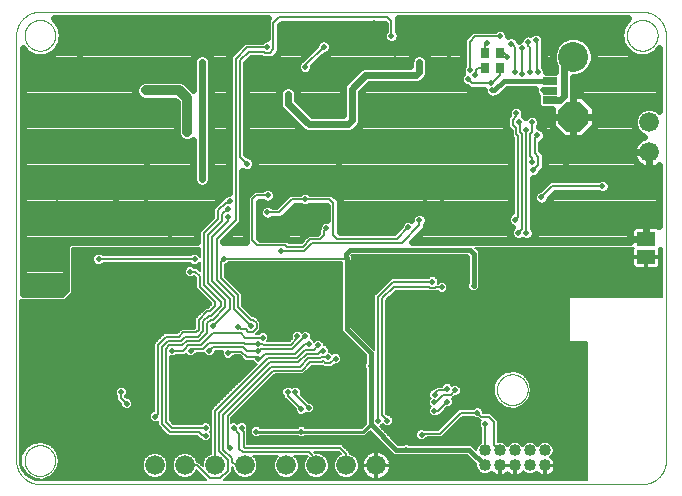
<source format=gbl>
G75*
%MOIN*%
%OFA0B0*%
%FSLAX25Y25*%
%IPPOS*%
%LPD*%
%AMOC8*
5,1,8,0,0,1.08239X$1,22.5*
%
%ADD10C,0.00001*%
%ADD11C,0.10000*%
%ADD12OC8,0.10000*%
%ADD13R,0.05000X0.02500*%
%ADD14C,0.04000*%
%ADD15C,0.06600*%
%ADD16R,0.06300X0.04600*%
%ADD17R,0.02756X0.03543*%
%ADD18C,0.00500*%
%ADD19C,0.02100*%
%ADD20C,0.01709*%
%ADD21C,0.01929*%
%ADD22C,0.00800*%
%ADD23C,0.02400*%
%ADD24C,0.01600*%
%ADD25C,0.01000*%
%ADD26C,0.00600*%
%ADD27C,0.03200*%
D10*
X0035524Y0020000D02*
X0236311Y0020000D01*
X0236501Y0020002D01*
X0236691Y0020009D01*
X0236881Y0020021D01*
X0237071Y0020037D01*
X0237260Y0020057D01*
X0237449Y0020083D01*
X0237637Y0020112D01*
X0237824Y0020147D01*
X0238010Y0020186D01*
X0238195Y0020229D01*
X0238380Y0020277D01*
X0238563Y0020329D01*
X0238744Y0020385D01*
X0238924Y0020446D01*
X0239103Y0020512D01*
X0239280Y0020581D01*
X0239456Y0020655D01*
X0239629Y0020733D01*
X0239801Y0020816D01*
X0239970Y0020902D01*
X0240138Y0020992D01*
X0240303Y0021087D01*
X0240466Y0021185D01*
X0240626Y0021288D01*
X0240784Y0021394D01*
X0240939Y0021504D01*
X0241092Y0021617D01*
X0241242Y0021735D01*
X0241388Y0021856D01*
X0241532Y0021980D01*
X0241673Y0022108D01*
X0241811Y0022239D01*
X0241946Y0022374D01*
X0242077Y0022512D01*
X0242205Y0022653D01*
X0242329Y0022797D01*
X0242450Y0022943D01*
X0242568Y0023093D01*
X0242681Y0023246D01*
X0242791Y0023401D01*
X0242897Y0023559D01*
X0243000Y0023719D01*
X0243098Y0023882D01*
X0243193Y0024047D01*
X0243283Y0024215D01*
X0243369Y0024384D01*
X0243452Y0024556D01*
X0243530Y0024729D01*
X0243604Y0024905D01*
X0243673Y0025082D01*
X0243739Y0025261D01*
X0243800Y0025441D01*
X0243856Y0025622D01*
X0243908Y0025805D01*
X0243956Y0025990D01*
X0243999Y0026175D01*
X0244038Y0026361D01*
X0244073Y0026548D01*
X0244102Y0026736D01*
X0244128Y0026925D01*
X0244148Y0027114D01*
X0244164Y0027304D01*
X0244176Y0027494D01*
X0244183Y0027684D01*
X0244185Y0027874D01*
X0244185Y0169606D01*
X0231193Y0169606D02*
X0231195Y0169749D01*
X0231201Y0169892D01*
X0231211Y0170034D01*
X0231225Y0170176D01*
X0231243Y0170318D01*
X0231265Y0170460D01*
X0231290Y0170600D01*
X0231320Y0170740D01*
X0231354Y0170879D01*
X0231391Y0171017D01*
X0231433Y0171154D01*
X0231478Y0171289D01*
X0231527Y0171423D01*
X0231579Y0171556D01*
X0231635Y0171688D01*
X0231695Y0171817D01*
X0231759Y0171945D01*
X0231826Y0172072D01*
X0231897Y0172196D01*
X0231971Y0172318D01*
X0232048Y0172438D01*
X0232129Y0172556D01*
X0232213Y0172672D01*
X0232300Y0172785D01*
X0232390Y0172896D01*
X0232484Y0173004D01*
X0232580Y0173110D01*
X0232679Y0173212D01*
X0232782Y0173312D01*
X0232886Y0173409D01*
X0232994Y0173504D01*
X0233104Y0173595D01*
X0233217Y0173683D01*
X0233332Y0173767D01*
X0233449Y0173849D01*
X0233569Y0173927D01*
X0233690Y0174002D01*
X0233814Y0174074D01*
X0233940Y0174142D01*
X0234067Y0174206D01*
X0234197Y0174267D01*
X0234328Y0174324D01*
X0234460Y0174378D01*
X0234594Y0174427D01*
X0234729Y0174474D01*
X0234866Y0174516D01*
X0235004Y0174554D01*
X0235142Y0174589D01*
X0235282Y0174619D01*
X0235422Y0174646D01*
X0235563Y0174669D01*
X0235705Y0174688D01*
X0235847Y0174703D01*
X0235990Y0174714D01*
X0236132Y0174721D01*
X0236275Y0174724D01*
X0236418Y0174723D01*
X0236561Y0174718D01*
X0236704Y0174709D01*
X0236846Y0174696D01*
X0236988Y0174679D01*
X0237129Y0174658D01*
X0237270Y0174633D01*
X0237410Y0174605D01*
X0237549Y0174572D01*
X0237687Y0174535D01*
X0237824Y0174495D01*
X0237960Y0174451D01*
X0238095Y0174403D01*
X0238228Y0174351D01*
X0238360Y0174296D01*
X0238490Y0174237D01*
X0238619Y0174174D01*
X0238745Y0174108D01*
X0238870Y0174038D01*
X0238993Y0173965D01*
X0239113Y0173889D01*
X0239232Y0173809D01*
X0239348Y0173725D01*
X0239462Y0173639D01*
X0239573Y0173549D01*
X0239682Y0173457D01*
X0239788Y0173361D01*
X0239892Y0173263D01*
X0239993Y0173161D01*
X0240090Y0173057D01*
X0240185Y0172950D01*
X0240277Y0172841D01*
X0240366Y0172729D01*
X0240452Y0172614D01*
X0240534Y0172498D01*
X0240613Y0172378D01*
X0240689Y0172257D01*
X0240761Y0172134D01*
X0240830Y0172009D01*
X0240895Y0171882D01*
X0240957Y0171753D01*
X0241015Y0171622D01*
X0241070Y0171490D01*
X0241120Y0171356D01*
X0241167Y0171221D01*
X0241211Y0171085D01*
X0241250Y0170948D01*
X0241285Y0170809D01*
X0241317Y0170670D01*
X0241345Y0170530D01*
X0241369Y0170389D01*
X0241389Y0170247D01*
X0241405Y0170105D01*
X0241417Y0169963D01*
X0241425Y0169820D01*
X0241429Y0169677D01*
X0241429Y0169535D01*
X0241425Y0169392D01*
X0241417Y0169249D01*
X0241405Y0169107D01*
X0241389Y0168965D01*
X0241369Y0168823D01*
X0241345Y0168682D01*
X0241317Y0168542D01*
X0241285Y0168403D01*
X0241250Y0168264D01*
X0241211Y0168127D01*
X0241167Y0167991D01*
X0241120Y0167856D01*
X0241070Y0167722D01*
X0241015Y0167590D01*
X0240957Y0167459D01*
X0240895Y0167330D01*
X0240830Y0167203D01*
X0240761Y0167078D01*
X0240689Y0166955D01*
X0240613Y0166834D01*
X0240534Y0166714D01*
X0240452Y0166598D01*
X0240366Y0166483D01*
X0240277Y0166371D01*
X0240185Y0166262D01*
X0240090Y0166155D01*
X0239993Y0166051D01*
X0239892Y0165949D01*
X0239788Y0165851D01*
X0239682Y0165755D01*
X0239573Y0165663D01*
X0239462Y0165573D01*
X0239348Y0165487D01*
X0239232Y0165403D01*
X0239113Y0165323D01*
X0238993Y0165247D01*
X0238870Y0165174D01*
X0238745Y0165104D01*
X0238619Y0165038D01*
X0238490Y0164975D01*
X0238360Y0164916D01*
X0238228Y0164861D01*
X0238095Y0164809D01*
X0237960Y0164761D01*
X0237824Y0164717D01*
X0237687Y0164677D01*
X0237549Y0164640D01*
X0237410Y0164607D01*
X0237270Y0164579D01*
X0237129Y0164554D01*
X0236988Y0164533D01*
X0236846Y0164516D01*
X0236704Y0164503D01*
X0236561Y0164494D01*
X0236418Y0164489D01*
X0236275Y0164488D01*
X0236132Y0164491D01*
X0235990Y0164498D01*
X0235847Y0164509D01*
X0235705Y0164524D01*
X0235563Y0164543D01*
X0235422Y0164566D01*
X0235282Y0164593D01*
X0235142Y0164623D01*
X0235004Y0164658D01*
X0234866Y0164696D01*
X0234729Y0164738D01*
X0234594Y0164785D01*
X0234460Y0164834D01*
X0234328Y0164888D01*
X0234197Y0164945D01*
X0234067Y0165006D01*
X0233940Y0165070D01*
X0233814Y0165138D01*
X0233690Y0165210D01*
X0233569Y0165285D01*
X0233449Y0165363D01*
X0233332Y0165445D01*
X0233217Y0165529D01*
X0233104Y0165617D01*
X0232994Y0165708D01*
X0232886Y0165803D01*
X0232782Y0165900D01*
X0232679Y0166000D01*
X0232580Y0166102D01*
X0232484Y0166208D01*
X0232390Y0166316D01*
X0232300Y0166427D01*
X0232213Y0166540D01*
X0232129Y0166656D01*
X0232048Y0166774D01*
X0231971Y0166894D01*
X0231897Y0167016D01*
X0231826Y0167140D01*
X0231759Y0167267D01*
X0231695Y0167395D01*
X0231635Y0167524D01*
X0231579Y0167656D01*
X0231527Y0167789D01*
X0231478Y0167923D01*
X0231433Y0168058D01*
X0231391Y0168195D01*
X0231354Y0168333D01*
X0231320Y0168472D01*
X0231290Y0168612D01*
X0231265Y0168752D01*
X0231243Y0168894D01*
X0231225Y0169036D01*
X0231211Y0169178D01*
X0231201Y0169320D01*
X0231195Y0169463D01*
X0231193Y0169606D01*
X0236311Y0177480D02*
X0236501Y0177478D01*
X0236691Y0177471D01*
X0236881Y0177459D01*
X0237071Y0177443D01*
X0237260Y0177423D01*
X0237449Y0177397D01*
X0237637Y0177368D01*
X0237824Y0177333D01*
X0238010Y0177294D01*
X0238195Y0177251D01*
X0238380Y0177203D01*
X0238563Y0177151D01*
X0238744Y0177095D01*
X0238924Y0177034D01*
X0239103Y0176968D01*
X0239280Y0176899D01*
X0239456Y0176825D01*
X0239629Y0176747D01*
X0239801Y0176664D01*
X0239970Y0176578D01*
X0240138Y0176488D01*
X0240303Y0176393D01*
X0240466Y0176295D01*
X0240626Y0176192D01*
X0240784Y0176086D01*
X0240939Y0175976D01*
X0241092Y0175863D01*
X0241242Y0175745D01*
X0241388Y0175624D01*
X0241532Y0175500D01*
X0241673Y0175372D01*
X0241811Y0175241D01*
X0241946Y0175106D01*
X0242077Y0174968D01*
X0242205Y0174827D01*
X0242329Y0174683D01*
X0242450Y0174537D01*
X0242568Y0174387D01*
X0242681Y0174234D01*
X0242791Y0174079D01*
X0242897Y0173921D01*
X0243000Y0173761D01*
X0243098Y0173598D01*
X0243193Y0173433D01*
X0243283Y0173265D01*
X0243369Y0173096D01*
X0243452Y0172924D01*
X0243530Y0172751D01*
X0243604Y0172575D01*
X0243673Y0172398D01*
X0243739Y0172219D01*
X0243800Y0172039D01*
X0243856Y0171858D01*
X0243908Y0171675D01*
X0243956Y0171490D01*
X0243999Y0171305D01*
X0244038Y0171119D01*
X0244073Y0170932D01*
X0244102Y0170744D01*
X0244128Y0170555D01*
X0244148Y0170366D01*
X0244164Y0170176D01*
X0244176Y0169986D01*
X0244183Y0169796D01*
X0244185Y0169606D01*
X0236311Y0177480D02*
X0035524Y0177480D01*
X0030406Y0169606D02*
X0030408Y0169749D01*
X0030414Y0169892D01*
X0030424Y0170034D01*
X0030438Y0170176D01*
X0030456Y0170318D01*
X0030478Y0170460D01*
X0030503Y0170600D01*
X0030533Y0170740D01*
X0030567Y0170879D01*
X0030604Y0171017D01*
X0030646Y0171154D01*
X0030691Y0171289D01*
X0030740Y0171423D01*
X0030792Y0171556D01*
X0030848Y0171688D01*
X0030908Y0171817D01*
X0030972Y0171945D01*
X0031039Y0172072D01*
X0031110Y0172196D01*
X0031184Y0172318D01*
X0031261Y0172438D01*
X0031342Y0172556D01*
X0031426Y0172672D01*
X0031513Y0172785D01*
X0031603Y0172896D01*
X0031697Y0173004D01*
X0031793Y0173110D01*
X0031892Y0173212D01*
X0031995Y0173312D01*
X0032099Y0173409D01*
X0032207Y0173504D01*
X0032317Y0173595D01*
X0032430Y0173683D01*
X0032545Y0173767D01*
X0032662Y0173849D01*
X0032782Y0173927D01*
X0032903Y0174002D01*
X0033027Y0174074D01*
X0033153Y0174142D01*
X0033280Y0174206D01*
X0033410Y0174267D01*
X0033541Y0174324D01*
X0033673Y0174378D01*
X0033807Y0174427D01*
X0033942Y0174474D01*
X0034079Y0174516D01*
X0034217Y0174554D01*
X0034355Y0174589D01*
X0034495Y0174619D01*
X0034635Y0174646D01*
X0034776Y0174669D01*
X0034918Y0174688D01*
X0035060Y0174703D01*
X0035203Y0174714D01*
X0035345Y0174721D01*
X0035488Y0174724D01*
X0035631Y0174723D01*
X0035774Y0174718D01*
X0035917Y0174709D01*
X0036059Y0174696D01*
X0036201Y0174679D01*
X0036342Y0174658D01*
X0036483Y0174633D01*
X0036623Y0174605D01*
X0036762Y0174572D01*
X0036900Y0174535D01*
X0037037Y0174495D01*
X0037173Y0174451D01*
X0037308Y0174403D01*
X0037441Y0174351D01*
X0037573Y0174296D01*
X0037703Y0174237D01*
X0037832Y0174174D01*
X0037958Y0174108D01*
X0038083Y0174038D01*
X0038206Y0173965D01*
X0038326Y0173889D01*
X0038445Y0173809D01*
X0038561Y0173725D01*
X0038675Y0173639D01*
X0038786Y0173549D01*
X0038895Y0173457D01*
X0039001Y0173361D01*
X0039105Y0173263D01*
X0039206Y0173161D01*
X0039303Y0173057D01*
X0039398Y0172950D01*
X0039490Y0172841D01*
X0039579Y0172729D01*
X0039665Y0172614D01*
X0039747Y0172498D01*
X0039826Y0172378D01*
X0039902Y0172257D01*
X0039974Y0172134D01*
X0040043Y0172009D01*
X0040108Y0171882D01*
X0040170Y0171753D01*
X0040228Y0171622D01*
X0040283Y0171490D01*
X0040333Y0171356D01*
X0040380Y0171221D01*
X0040424Y0171085D01*
X0040463Y0170948D01*
X0040498Y0170809D01*
X0040530Y0170670D01*
X0040558Y0170530D01*
X0040582Y0170389D01*
X0040602Y0170247D01*
X0040618Y0170105D01*
X0040630Y0169963D01*
X0040638Y0169820D01*
X0040642Y0169677D01*
X0040642Y0169535D01*
X0040638Y0169392D01*
X0040630Y0169249D01*
X0040618Y0169107D01*
X0040602Y0168965D01*
X0040582Y0168823D01*
X0040558Y0168682D01*
X0040530Y0168542D01*
X0040498Y0168403D01*
X0040463Y0168264D01*
X0040424Y0168127D01*
X0040380Y0167991D01*
X0040333Y0167856D01*
X0040283Y0167722D01*
X0040228Y0167590D01*
X0040170Y0167459D01*
X0040108Y0167330D01*
X0040043Y0167203D01*
X0039974Y0167078D01*
X0039902Y0166955D01*
X0039826Y0166834D01*
X0039747Y0166714D01*
X0039665Y0166598D01*
X0039579Y0166483D01*
X0039490Y0166371D01*
X0039398Y0166262D01*
X0039303Y0166155D01*
X0039206Y0166051D01*
X0039105Y0165949D01*
X0039001Y0165851D01*
X0038895Y0165755D01*
X0038786Y0165663D01*
X0038675Y0165573D01*
X0038561Y0165487D01*
X0038445Y0165403D01*
X0038326Y0165323D01*
X0038206Y0165247D01*
X0038083Y0165174D01*
X0037958Y0165104D01*
X0037832Y0165038D01*
X0037703Y0164975D01*
X0037573Y0164916D01*
X0037441Y0164861D01*
X0037308Y0164809D01*
X0037173Y0164761D01*
X0037037Y0164717D01*
X0036900Y0164677D01*
X0036762Y0164640D01*
X0036623Y0164607D01*
X0036483Y0164579D01*
X0036342Y0164554D01*
X0036201Y0164533D01*
X0036059Y0164516D01*
X0035917Y0164503D01*
X0035774Y0164494D01*
X0035631Y0164489D01*
X0035488Y0164488D01*
X0035345Y0164491D01*
X0035203Y0164498D01*
X0035060Y0164509D01*
X0034918Y0164524D01*
X0034776Y0164543D01*
X0034635Y0164566D01*
X0034495Y0164593D01*
X0034355Y0164623D01*
X0034217Y0164658D01*
X0034079Y0164696D01*
X0033942Y0164738D01*
X0033807Y0164785D01*
X0033673Y0164834D01*
X0033541Y0164888D01*
X0033410Y0164945D01*
X0033280Y0165006D01*
X0033153Y0165070D01*
X0033027Y0165138D01*
X0032903Y0165210D01*
X0032782Y0165285D01*
X0032662Y0165363D01*
X0032545Y0165445D01*
X0032430Y0165529D01*
X0032317Y0165617D01*
X0032207Y0165708D01*
X0032099Y0165803D01*
X0031995Y0165900D01*
X0031892Y0166000D01*
X0031793Y0166102D01*
X0031697Y0166208D01*
X0031603Y0166316D01*
X0031513Y0166427D01*
X0031426Y0166540D01*
X0031342Y0166656D01*
X0031261Y0166774D01*
X0031184Y0166894D01*
X0031110Y0167016D01*
X0031039Y0167140D01*
X0030972Y0167267D01*
X0030908Y0167395D01*
X0030848Y0167524D01*
X0030792Y0167656D01*
X0030740Y0167789D01*
X0030691Y0167923D01*
X0030646Y0168058D01*
X0030604Y0168195D01*
X0030567Y0168333D01*
X0030533Y0168472D01*
X0030503Y0168612D01*
X0030478Y0168752D01*
X0030456Y0168894D01*
X0030438Y0169036D01*
X0030424Y0169178D01*
X0030414Y0169320D01*
X0030408Y0169463D01*
X0030406Y0169606D01*
X0027650Y0169606D02*
X0027650Y0027874D01*
X0030406Y0027874D02*
X0030408Y0028017D01*
X0030414Y0028160D01*
X0030424Y0028302D01*
X0030438Y0028444D01*
X0030456Y0028586D01*
X0030478Y0028728D01*
X0030503Y0028868D01*
X0030533Y0029008D01*
X0030567Y0029147D01*
X0030604Y0029285D01*
X0030646Y0029422D01*
X0030691Y0029557D01*
X0030740Y0029691D01*
X0030792Y0029824D01*
X0030848Y0029956D01*
X0030908Y0030085D01*
X0030972Y0030213D01*
X0031039Y0030340D01*
X0031110Y0030464D01*
X0031184Y0030586D01*
X0031261Y0030706D01*
X0031342Y0030824D01*
X0031426Y0030940D01*
X0031513Y0031053D01*
X0031603Y0031164D01*
X0031697Y0031272D01*
X0031793Y0031378D01*
X0031892Y0031480D01*
X0031995Y0031580D01*
X0032099Y0031677D01*
X0032207Y0031772D01*
X0032317Y0031863D01*
X0032430Y0031951D01*
X0032545Y0032035D01*
X0032662Y0032117D01*
X0032782Y0032195D01*
X0032903Y0032270D01*
X0033027Y0032342D01*
X0033153Y0032410D01*
X0033280Y0032474D01*
X0033410Y0032535D01*
X0033541Y0032592D01*
X0033673Y0032646D01*
X0033807Y0032695D01*
X0033942Y0032742D01*
X0034079Y0032784D01*
X0034217Y0032822D01*
X0034355Y0032857D01*
X0034495Y0032887D01*
X0034635Y0032914D01*
X0034776Y0032937D01*
X0034918Y0032956D01*
X0035060Y0032971D01*
X0035203Y0032982D01*
X0035345Y0032989D01*
X0035488Y0032992D01*
X0035631Y0032991D01*
X0035774Y0032986D01*
X0035917Y0032977D01*
X0036059Y0032964D01*
X0036201Y0032947D01*
X0036342Y0032926D01*
X0036483Y0032901D01*
X0036623Y0032873D01*
X0036762Y0032840D01*
X0036900Y0032803D01*
X0037037Y0032763D01*
X0037173Y0032719D01*
X0037308Y0032671D01*
X0037441Y0032619D01*
X0037573Y0032564D01*
X0037703Y0032505D01*
X0037832Y0032442D01*
X0037958Y0032376D01*
X0038083Y0032306D01*
X0038206Y0032233D01*
X0038326Y0032157D01*
X0038445Y0032077D01*
X0038561Y0031993D01*
X0038675Y0031907D01*
X0038786Y0031817D01*
X0038895Y0031725D01*
X0039001Y0031629D01*
X0039105Y0031531D01*
X0039206Y0031429D01*
X0039303Y0031325D01*
X0039398Y0031218D01*
X0039490Y0031109D01*
X0039579Y0030997D01*
X0039665Y0030882D01*
X0039747Y0030766D01*
X0039826Y0030646D01*
X0039902Y0030525D01*
X0039974Y0030402D01*
X0040043Y0030277D01*
X0040108Y0030150D01*
X0040170Y0030021D01*
X0040228Y0029890D01*
X0040283Y0029758D01*
X0040333Y0029624D01*
X0040380Y0029489D01*
X0040424Y0029353D01*
X0040463Y0029216D01*
X0040498Y0029077D01*
X0040530Y0028938D01*
X0040558Y0028798D01*
X0040582Y0028657D01*
X0040602Y0028515D01*
X0040618Y0028373D01*
X0040630Y0028231D01*
X0040638Y0028088D01*
X0040642Y0027945D01*
X0040642Y0027803D01*
X0040638Y0027660D01*
X0040630Y0027517D01*
X0040618Y0027375D01*
X0040602Y0027233D01*
X0040582Y0027091D01*
X0040558Y0026950D01*
X0040530Y0026810D01*
X0040498Y0026671D01*
X0040463Y0026532D01*
X0040424Y0026395D01*
X0040380Y0026259D01*
X0040333Y0026124D01*
X0040283Y0025990D01*
X0040228Y0025858D01*
X0040170Y0025727D01*
X0040108Y0025598D01*
X0040043Y0025471D01*
X0039974Y0025346D01*
X0039902Y0025223D01*
X0039826Y0025102D01*
X0039747Y0024982D01*
X0039665Y0024866D01*
X0039579Y0024751D01*
X0039490Y0024639D01*
X0039398Y0024530D01*
X0039303Y0024423D01*
X0039206Y0024319D01*
X0039105Y0024217D01*
X0039001Y0024119D01*
X0038895Y0024023D01*
X0038786Y0023931D01*
X0038675Y0023841D01*
X0038561Y0023755D01*
X0038445Y0023671D01*
X0038326Y0023591D01*
X0038206Y0023515D01*
X0038083Y0023442D01*
X0037958Y0023372D01*
X0037832Y0023306D01*
X0037703Y0023243D01*
X0037573Y0023184D01*
X0037441Y0023129D01*
X0037308Y0023077D01*
X0037173Y0023029D01*
X0037037Y0022985D01*
X0036900Y0022945D01*
X0036762Y0022908D01*
X0036623Y0022875D01*
X0036483Y0022847D01*
X0036342Y0022822D01*
X0036201Y0022801D01*
X0036059Y0022784D01*
X0035917Y0022771D01*
X0035774Y0022762D01*
X0035631Y0022757D01*
X0035488Y0022756D01*
X0035345Y0022759D01*
X0035203Y0022766D01*
X0035060Y0022777D01*
X0034918Y0022792D01*
X0034776Y0022811D01*
X0034635Y0022834D01*
X0034495Y0022861D01*
X0034355Y0022891D01*
X0034217Y0022926D01*
X0034079Y0022964D01*
X0033942Y0023006D01*
X0033807Y0023053D01*
X0033673Y0023102D01*
X0033541Y0023156D01*
X0033410Y0023213D01*
X0033280Y0023274D01*
X0033153Y0023338D01*
X0033027Y0023406D01*
X0032903Y0023478D01*
X0032782Y0023553D01*
X0032662Y0023631D01*
X0032545Y0023713D01*
X0032430Y0023797D01*
X0032317Y0023885D01*
X0032207Y0023976D01*
X0032099Y0024071D01*
X0031995Y0024168D01*
X0031892Y0024268D01*
X0031793Y0024370D01*
X0031697Y0024476D01*
X0031603Y0024584D01*
X0031513Y0024695D01*
X0031426Y0024808D01*
X0031342Y0024924D01*
X0031261Y0025042D01*
X0031184Y0025162D01*
X0031110Y0025284D01*
X0031039Y0025408D01*
X0030972Y0025535D01*
X0030908Y0025663D01*
X0030848Y0025792D01*
X0030792Y0025924D01*
X0030740Y0026057D01*
X0030691Y0026191D01*
X0030646Y0026326D01*
X0030604Y0026463D01*
X0030567Y0026601D01*
X0030533Y0026740D01*
X0030503Y0026880D01*
X0030478Y0027020D01*
X0030456Y0027162D01*
X0030438Y0027304D01*
X0030424Y0027446D01*
X0030414Y0027588D01*
X0030408Y0027731D01*
X0030406Y0027874D01*
X0027650Y0027874D02*
X0027652Y0027684D01*
X0027659Y0027494D01*
X0027671Y0027304D01*
X0027687Y0027114D01*
X0027707Y0026925D01*
X0027733Y0026736D01*
X0027762Y0026548D01*
X0027797Y0026361D01*
X0027836Y0026175D01*
X0027879Y0025990D01*
X0027927Y0025805D01*
X0027979Y0025622D01*
X0028035Y0025441D01*
X0028096Y0025261D01*
X0028162Y0025082D01*
X0028231Y0024905D01*
X0028305Y0024729D01*
X0028383Y0024556D01*
X0028466Y0024384D01*
X0028552Y0024215D01*
X0028642Y0024047D01*
X0028737Y0023882D01*
X0028835Y0023719D01*
X0028938Y0023559D01*
X0029044Y0023401D01*
X0029154Y0023246D01*
X0029267Y0023093D01*
X0029385Y0022943D01*
X0029506Y0022797D01*
X0029630Y0022653D01*
X0029758Y0022512D01*
X0029889Y0022374D01*
X0030024Y0022239D01*
X0030162Y0022108D01*
X0030303Y0021980D01*
X0030447Y0021856D01*
X0030593Y0021735D01*
X0030743Y0021617D01*
X0030896Y0021504D01*
X0031051Y0021394D01*
X0031209Y0021288D01*
X0031369Y0021185D01*
X0031532Y0021087D01*
X0031697Y0020992D01*
X0031865Y0020902D01*
X0032034Y0020816D01*
X0032206Y0020733D01*
X0032379Y0020655D01*
X0032555Y0020581D01*
X0032732Y0020512D01*
X0032911Y0020446D01*
X0033091Y0020385D01*
X0033272Y0020329D01*
X0033455Y0020277D01*
X0033640Y0020229D01*
X0033825Y0020186D01*
X0034011Y0020147D01*
X0034198Y0020112D01*
X0034386Y0020083D01*
X0034575Y0020057D01*
X0034764Y0020037D01*
X0034954Y0020021D01*
X0035144Y0020009D01*
X0035334Y0020002D01*
X0035524Y0020000D01*
X0187886Y0051496D02*
X0187888Y0051639D01*
X0187894Y0051782D01*
X0187904Y0051924D01*
X0187918Y0052066D01*
X0187936Y0052208D01*
X0187958Y0052350D01*
X0187983Y0052490D01*
X0188013Y0052630D01*
X0188047Y0052769D01*
X0188084Y0052907D01*
X0188126Y0053044D01*
X0188171Y0053179D01*
X0188220Y0053313D01*
X0188272Y0053446D01*
X0188328Y0053578D01*
X0188388Y0053707D01*
X0188452Y0053835D01*
X0188519Y0053962D01*
X0188590Y0054086D01*
X0188664Y0054208D01*
X0188741Y0054328D01*
X0188822Y0054446D01*
X0188906Y0054562D01*
X0188993Y0054675D01*
X0189083Y0054786D01*
X0189177Y0054894D01*
X0189273Y0055000D01*
X0189372Y0055102D01*
X0189475Y0055202D01*
X0189579Y0055299D01*
X0189687Y0055394D01*
X0189797Y0055485D01*
X0189910Y0055573D01*
X0190025Y0055657D01*
X0190142Y0055739D01*
X0190262Y0055817D01*
X0190383Y0055892D01*
X0190507Y0055964D01*
X0190633Y0056032D01*
X0190760Y0056096D01*
X0190890Y0056157D01*
X0191021Y0056214D01*
X0191153Y0056268D01*
X0191287Y0056317D01*
X0191422Y0056364D01*
X0191559Y0056406D01*
X0191697Y0056444D01*
X0191835Y0056479D01*
X0191975Y0056509D01*
X0192115Y0056536D01*
X0192256Y0056559D01*
X0192398Y0056578D01*
X0192540Y0056593D01*
X0192683Y0056604D01*
X0192825Y0056611D01*
X0192968Y0056614D01*
X0193111Y0056613D01*
X0193254Y0056608D01*
X0193397Y0056599D01*
X0193539Y0056586D01*
X0193681Y0056569D01*
X0193822Y0056548D01*
X0193963Y0056523D01*
X0194103Y0056495D01*
X0194242Y0056462D01*
X0194380Y0056425D01*
X0194517Y0056385D01*
X0194653Y0056341D01*
X0194788Y0056293D01*
X0194921Y0056241D01*
X0195053Y0056186D01*
X0195183Y0056127D01*
X0195312Y0056064D01*
X0195438Y0055998D01*
X0195563Y0055928D01*
X0195686Y0055855D01*
X0195806Y0055779D01*
X0195925Y0055699D01*
X0196041Y0055615D01*
X0196155Y0055529D01*
X0196266Y0055439D01*
X0196375Y0055347D01*
X0196481Y0055251D01*
X0196585Y0055153D01*
X0196686Y0055051D01*
X0196783Y0054947D01*
X0196878Y0054840D01*
X0196970Y0054731D01*
X0197059Y0054619D01*
X0197145Y0054504D01*
X0197227Y0054388D01*
X0197306Y0054268D01*
X0197382Y0054147D01*
X0197454Y0054024D01*
X0197523Y0053899D01*
X0197588Y0053772D01*
X0197650Y0053643D01*
X0197708Y0053512D01*
X0197763Y0053380D01*
X0197813Y0053246D01*
X0197860Y0053111D01*
X0197904Y0052975D01*
X0197943Y0052838D01*
X0197978Y0052699D01*
X0198010Y0052560D01*
X0198038Y0052420D01*
X0198062Y0052279D01*
X0198082Y0052137D01*
X0198098Y0051995D01*
X0198110Y0051853D01*
X0198118Y0051710D01*
X0198122Y0051567D01*
X0198122Y0051425D01*
X0198118Y0051282D01*
X0198110Y0051139D01*
X0198098Y0050997D01*
X0198082Y0050855D01*
X0198062Y0050713D01*
X0198038Y0050572D01*
X0198010Y0050432D01*
X0197978Y0050293D01*
X0197943Y0050154D01*
X0197904Y0050017D01*
X0197860Y0049881D01*
X0197813Y0049746D01*
X0197763Y0049612D01*
X0197708Y0049480D01*
X0197650Y0049349D01*
X0197588Y0049220D01*
X0197523Y0049093D01*
X0197454Y0048968D01*
X0197382Y0048845D01*
X0197306Y0048724D01*
X0197227Y0048604D01*
X0197145Y0048488D01*
X0197059Y0048373D01*
X0196970Y0048261D01*
X0196878Y0048152D01*
X0196783Y0048045D01*
X0196686Y0047941D01*
X0196585Y0047839D01*
X0196481Y0047741D01*
X0196375Y0047645D01*
X0196266Y0047553D01*
X0196155Y0047463D01*
X0196041Y0047377D01*
X0195925Y0047293D01*
X0195806Y0047213D01*
X0195686Y0047137D01*
X0195563Y0047064D01*
X0195438Y0046994D01*
X0195312Y0046928D01*
X0195183Y0046865D01*
X0195053Y0046806D01*
X0194921Y0046751D01*
X0194788Y0046699D01*
X0194653Y0046651D01*
X0194517Y0046607D01*
X0194380Y0046567D01*
X0194242Y0046530D01*
X0194103Y0046497D01*
X0193963Y0046469D01*
X0193822Y0046444D01*
X0193681Y0046423D01*
X0193539Y0046406D01*
X0193397Y0046393D01*
X0193254Y0046384D01*
X0193111Y0046379D01*
X0192968Y0046378D01*
X0192825Y0046381D01*
X0192683Y0046388D01*
X0192540Y0046399D01*
X0192398Y0046414D01*
X0192256Y0046433D01*
X0192115Y0046456D01*
X0191975Y0046483D01*
X0191835Y0046513D01*
X0191697Y0046548D01*
X0191559Y0046586D01*
X0191422Y0046628D01*
X0191287Y0046675D01*
X0191153Y0046724D01*
X0191021Y0046778D01*
X0190890Y0046835D01*
X0190760Y0046896D01*
X0190633Y0046960D01*
X0190507Y0047028D01*
X0190383Y0047100D01*
X0190262Y0047175D01*
X0190142Y0047253D01*
X0190025Y0047335D01*
X0189910Y0047419D01*
X0189797Y0047507D01*
X0189687Y0047598D01*
X0189579Y0047693D01*
X0189475Y0047790D01*
X0189372Y0047890D01*
X0189273Y0047992D01*
X0189177Y0048098D01*
X0189083Y0048206D01*
X0188993Y0048317D01*
X0188906Y0048430D01*
X0188822Y0048546D01*
X0188741Y0048664D01*
X0188664Y0048784D01*
X0188590Y0048906D01*
X0188519Y0049030D01*
X0188452Y0049157D01*
X0188388Y0049285D01*
X0188328Y0049414D01*
X0188272Y0049546D01*
X0188220Y0049679D01*
X0188171Y0049813D01*
X0188126Y0049948D01*
X0188084Y0050085D01*
X0188047Y0050223D01*
X0188013Y0050362D01*
X0187983Y0050502D01*
X0187958Y0050642D01*
X0187936Y0050784D01*
X0187918Y0050926D01*
X0187904Y0051068D01*
X0187894Y0051210D01*
X0187888Y0051353D01*
X0187886Y0051496D01*
X0035524Y0177480D02*
X0035334Y0177478D01*
X0035144Y0177471D01*
X0034954Y0177459D01*
X0034764Y0177443D01*
X0034575Y0177423D01*
X0034386Y0177397D01*
X0034198Y0177368D01*
X0034011Y0177333D01*
X0033825Y0177294D01*
X0033640Y0177251D01*
X0033455Y0177203D01*
X0033272Y0177151D01*
X0033091Y0177095D01*
X0032911Y0177034D01*
X0032732Y0176968D01*
X0032555Y0176899D01*
X0032379Y0176825D01*
X0032206Y0176747D01*
X0032034Y0176664D01*
X0031865Y0176578D01*
X0031697Y0176488D01*
X0031532Y0176393D01*
X0031369Y0176295D01*
X0031209Y0176192D01*
X0031051Y0176086D01*
X0030896Y0175976D01*
X0030743Y0175863D01*
X0030593Y0175745D01*
X0030447Y0175624D01*
X0030303Y0175500D01*
X0030162Y0175372D01*
X0030024Y0175241D01*
X0029889Y0175106D01*
X0029758Y0174968D01*
X0029630Y0174827D01*
X0029506Y0174683D01*
X0029385Y0174537D01*
X0029267Y0174387D01*
X0029154Y0174234D01*
X0029044Y0174079D01*
X0028938Y0173921D01*
X0028835Y0173761D01*
X0028737Y0173598D01*
X0028642Y0173433D01*
X0028552Y0173265D01*
X0028466Y0173096D01*
X0028383Y0172924D01*
X0028305Y0172751D01*
X0028231Y0172575D01*
X0028162Y0172398D01*
X0028096Y0172219D01*
X0028035Y0172039D01*
X0027979Y0171858D01*
X0027927Y0171675D01*
X0027879Y0171490D01*
X0027836Y0171305D01*
X0027797Y0171119D01*
X0027762Y0170932D01*
X0027733Y0170744D01*
X0027707Y0170555D01*
X0027687Y0170366D01*
X0027671Y0170176D01*
X0027659Y0169986D01*
X0027652Y0169796D01*
X0027650Y0169606D01*
D11*
X0213275Y0162500D03*
D12*
X0213275Y0142500D03*
D13*
X0205650Y0148013D03*
X0205650Y0151213D03*
X0205650Y0154413D03*
D14*
X0203900Y0031250D03*
X0198900Y0031250D03*
X0193900Y0031250D03*
X0188900Y0031250D03*
X0183900Y0031250D03*
X0183900Y0026250D03*
X0188900Y0026250D03*
X0193900Y0026250D03*
X0198900Y0026250D03*
X0203900Y0026250D03*
D15*
X0147650Y0026250D03*
X0137650Y0026250D03*
X0127650Y0026250D03*
X0117650Y0026250D03*
X0103900Y0026250D03*
X0093900Y0026250D03*
X0083900Y0026250D03*
X0073900Y0026250D03*
X0238637Y0130637D03*
X0238637Y0140638D03*
D16*
X0237650Y0101750D03*
X0237650Y0095750D03*
D17*
X0188959Y0158750D03*
X0183841Y0158750D03*
X0183841Y0163750D03*
X0188959Y0163750D03*
D18*
X0029622Y0024867D02*
X0030840Y0023190D01*
X0032517Y0021972D01*
X0034488Y0021332D01*
X0035524Y0021250D01*
X0091051Y0021250D01*
X0087706Y0024595D01*
X0087418Y0023899D01*
X0086251Y0022732D01*
X0084725Y0022100D01*
X0083075Y0022100D01*
X0081549Y0022732D01*
X0080382Y0023899D01*
X0079750Y0025425D01*
X0079750Y0027075D01*
X0080382Y0028601D01*
X0081549Y0029768D01*
X0083075Y0030400D01*
X0084725Y0030400D01*
X0086251Y0029768D01*
X0087418Y0028601D01*
X0087874Y0027500D01*
X0088337Y0027500D01*
X0089750Y0026087D01*
X0089750Y0027075D01*
X0090382Y0028601D01*
X0091549Y0029768D01*
X0092650Y0030224D01*
X0092650Y0044893D01*
X0093382Y0045625D01*
X0093382Y0045625D01*
X0107759Y0060002D01*
X0107523Y0060002D01*
X0106460Y0061065D01*
X0106460Y0061131D01*
X0104021Y0061131D01*
X0102177Y0062975D01*
X0100090Y0062975D01*
X0100090Y0062909D01*
X0099027Y0061846D01*
X0097523Y0061846D01*
X0096460Y0062909D01*
X0096460Y0064375D01*
X0093840Y0064375D01*
X0093840Y0063623D01*
X0092777Y0062560D01*
X0091273Y0062560D01*
X0090210Y0063623D01*
X0090210Y0063750D01*
X0087590Y0063750D01*
X0087590Y0063623D01*
X0086527Y0062560D01*
X0085023Y0062560D01*
X0084081Y0063503D01*
X0083703Y0063125D01*
X0080841Y0063125D01*
X0080277Y0062560D01*
X0078810Y0062560D01*
X0078810Y0041232D01*
X0080043Y0040000D01*
X0089459Y0040000D01*
X0090023Y0040565D01*
X0091527Y0040565D01*
X0092590Y0039502D01*
X0092590Y0037998D01*
X0092077Y0037485D01*
X0092590Y0036972D01*
X0092590Y0035469D01*
X0091527Y0034406D01*
X0090023Y0034406D01*
X0089430Y0035000D01*
X0089007Y0035000D01*
X0088275Y0035732D01*
X0087907Y0036100D01*
X0078427Y0036100D01*
X0077695Y0036832D01*
X0074910Y0039617D01*
X0074910Y0040944D01*
X0074652Y0040685D01*
X0073148Y0040685D01*
X0072085Y0041748D01*
X0072085Y0043252D01*
X0073148Y0044315D01*
X0073510Y0044315D01*
X0073510Y0066866D01*
X0074243Y0067599D01*
X0076301Y0069657D01*
X0077034Y0070390D01*
X0081304Y0070390D01*
X0082764Y0071850D01*
X0087034Y0071850D01*
X0087260Y0072076D01*
X0087260Y0075341D01*
X0090784Y0078865D01*
X0091582Y0078865D01*
X0092630Y0079913D01*
X0092630Y0080227D01*
X0087525Y0085333D01*
X0087525Y0088857D01*
X0086910Y0089472D01*
X0086387Y0088950D01*
X0084884Y0088950D01*
X0083821Y0090013D01*
X0083821Y0091516D01*
X0084884Y0092579D01*
X0086387Y0092579D01*
X0086952Y0092014D01*
X0087904Y0092014D01*
X0088925Y0090993D01*
X0088925Y0094209D01*
X0087902Y0093185D01*
X0086398Y0093185D01*
X0085834Y0093750D01*
X0056466Y0093750D01*
X0055902Y0093185D01*
X0054398Y0093185D01*
X0053335Y0094248D01*
X0053335Y0095752D01*
X0054398Y0096815D01*
X0055902Y0096815D01*
X0056466Y0096250D01*
X0085834Y0096250D01*
X0086398Y0096815D01*
X0087902Y0096815D01*
X0088925Y0095791D01*
X0088925Y0098750D01*
X0046400Y0098750D01*
X0046400Y0083750D01*
X0043900Y0081250D01*
X0028900Y0081250D01*
X0028900Y0027874D01*
X0028982Y0026838D01*
X0029622Y0024867D01*
X0029584Y0024985D02*
X0030057Y0024985D01*
X0029899Y0024487D02*
X0030318Y0024487D01*
X0030261Y0023988D02*
X0030580Y0023988D01*
X0030757Y0023651D02*
X0030757Y0023651D01*
X0029340Y0026350D01*
X0029340Y0029398D01*
X0030757Y0032097D01*
X0030757Y0032097D01*
X0030757Y0032097D01*
X0033266Y0033829D01*
X0033266Y0033829D01*
X0036292Y0034196D01*
X0036292Y0034196D01*
X0039142Y0033115D01*
X0039142Y0033115D01*
X0041163Y0030834D01*
X0041163Y0030834D01*
X0041893Y0027874D01*
X0041163Y0024914D01*
X0039142Y0022633D01*
X0039142Y0022633D01*
X0036292Y0021552D01*
X0036292Y0021552D01*
X0033266Y0021919D01*
X0033266Y0021919D01*
X0030757Y0023651D01*
X0030757Y0023651D01*
X0030623Y0023490D02*
X0030991Y0023490D01*
X0031115Y0022991D02*
X0031713Y0022991D01*
X0031801Y0022493D02*
X0032435Y0022493D01*
X0032487Y0021994D02*
X0033157Y0021994D01*
X0033985Y0021496D02*
X0090806Y0021496D01*
X0090307Y0021994D02*
X0037458Y0021994D01*
X0038772Y0022493D02*
X0072127Y0022493D01*
X0071549Y0022732D02*
X0073075Y0022100D01*
X0074725Y0022100D01*
X0076251Y0022732D01*
X0077418Y0023899D01*
X0078050Y0025425D01*
X0078050Y0027075D01*
X0077418Y0028601D01*
X0076251Y0029768D01*
X0074725Y0030400D01*
X0073075Y0030400D01*
X0071549Y0029768D01*
X0070382Y0028601D01*
X0069750Y0027075D01*
X0069750Y0025425D01*
X0070382Y0023899D01*
X0071549Y0022732D01*
X0071290Y0022991D02*
X0039459Y0022991D01*
X0039901Y0023490D02*
X0070791Y0023490D01*
X0070345Y0023988D02*
X0040343Y0023988D01*
X0040784Y0024487D02*
X0070138Y0024487D01*
X0069932Y0024985D02*
X0041181Y0024985D01*
X0041163Y0024914D02*
X0041163Y0024914D01*
X0041303Y0025484D02*
X0069750Y0025484D01*
X0069750Y0025982D02*
X0041426Y0025982D01*
X0041549Y0026481D02*
X0069750Y0026481D01*
X0069750Y0026979D02*
X0041672Y0026979D01*
X0041795Y0027478D02*
X0069917Y0027478D01*
X0070123Y0027976D02*
X0041867Y0027976D01*
X0041745Y0028475D02*
X0070330Y0028475D01*
X0070754Y0028973D02*
X0041622Y0028973D01*
X0041499Y0029472D02*
X0071253Y0029472D01*
X0072037Y0029970D02*
X0041376Y0029970D01*
X0041253Y0030469D02*
X0092650Y0030469D01*
X0092650Y0030967D02*
X0041045Y0030967D01*
X0040603Y0031466D02*
X0092650Y0031466D01*
X0092650Y0031964D02*
X0040161Y0031964D01*
X0039720Y0032463D02*
X0092650Y0032463D01*
X0092650Y0032961D02*
X0039278Y0032961D01*
X0038233Y0033460D02*
X0092650Y0033460D01*
X0092650Y0033958D02*
X0036919Y0033958D01*
X0034333Y0033958D02*
X0028900Y0033958D01*
X0028900Y0033460D02*
X0032731Y0033460D01*
X0032009Y0032961D02*
X0028900Y0032961D01*
X0028900Y0032463D02*
X0031287Y0032463D01*
X0030687Y0031964D02*
X0028900Y0031964D01*
X0028900Y0031466D02*
X0030426Y0031466D01*
X0030164Y0030967D02*
X0028900Y0030967D01*
X0028900Y0030469D02*
X0029902Y0030469D01*
X0029641Y0029970D02*
X0028900Y0029970D01*
X0028900Y0029472D02*
X0029379Y0029472D01*
X0029340Y0028973D02*
X0028900Y0028973D01*
X0028900Y0028475D02*
X0029340Y0028475D01*
X0029340Y0027976D02*
X0028900Y0027976D01*
X0028932Y0027478D02*
X0029340Y0027478D01*
X0029340Y0026979D02*
X0028971Y0026979D01*
X0029098Y0026481D02*
X0029340Y0026481D01*
X0029260Y0025982D02*
X0029533Y0025982D01*
X0029422Y0025484D02*
X0029795Y0025484D01*
X0028900Y0034457D02*
X0089973Y0034457D01*
X0089474Y0034955D02*
X0028900Y0034955D01*
X0028900Y0035454D02*
X0088553Y0035454D01*
X0088055Y0035952D02*
X0028900Y0035952D01*
X0028900Y0036451D02*
X0078076Y0036451D01*
X0077578Y0036949D02*
X0028900Y0036949D01*
X0028900Y0037448D02*
X0077079Y0037448D01*
X0076581Y0037946D02*
X0028900Y0037946D01*
X0028900Y0038445D02*
X0076082Y0038445D01*
X0075584Y0038943D02*
X0028900Y0038943D01*
X0028900Y0039442D02*
X0075085Y0039442D01*
X0074910Y0039940D02*
X0028900Y0039940D01*
X0028900Y0040439D02*
X0074910Y0040439D01*
X0074904Y0040937D02*
X0074910Y0040937D01*
X0072896Y0040937D02*
X0028900Y0040937D01*
X0028900Y0041436D02*
X0072398Y0041436D01*
X0072085Y0041934D02*
X0028900Y0041934D01*
X0028900Y0042433D02*
X0072085Y0042433D01*
X0072085Y0042932D02*
X0028900Y0042932D01*
X0028900Y0043430D02*
X0072264Y0043430D01*
X0072762Y0043929D02*
X0028900Y0043929D01*
X0028900Y0044427D02*
X0073510Y0044427D01*
X0073510Y0044926D02*
X0028900Y0044926D01*
X0028900Y0045424D02*
X0063320Y0045424D01*
X0063773Y0044971D02*
X0065277Y0044971D01*
X0066340Y0046034D01*
X0066340Y0047537D01*
X0065277Y0048600D01*
X0064478Y0048600D01*
X0063900Y0049178D01*
X0063900Y0049398D01*
X0064465Y0049963D01*
X0064465Y0051466D01*
X0063402Y0052529D01*
X0061898Y0052529D01*
X0060835Y0051466D01*
X0060835Y0049963D01*
X0061400Y0049398D01*
X0061400Y0048143D01*
X0062710Y0046832D01*
X0062710Y0046034D01*
X0063773Y0044971D01*
X0062822Y0045923D02*
X0028900Y0045923D01*
X0028900Y0046421D02*
X0062710Y0046421D01*
X0062623Y0046920D02*
X0028900Y0046920D01*
X0028900Y0047418D02*
X0062125Y0047418D01*
X0061626Y0047917D02*
X0028900Y0047917D01*
X0028900Y0048415D02*
X0061400Y0048415D01*
X0061400Y0048914D02*
X0028900Y0048914D01*
X0028900Y0049412D02*
X0061386Y0049412D01*
X0060888Y0049911D02*
X0028900Y0049911D01*
X0028900Y0050409D02*
X0060835Y0050409D01*
X0060835Y0050908D02*
X0028900Y0050908D01*
X0028900Y0051406D02*
X0060835Y0051406D01*
X0061274Y0051905D02*
X0028900Y0051905D01*
X0028900Y0052403D02*
X0061772Y0052403D01*
X0063527Y0052403D02*
X0073510Y0052403D01*
X0073510Y0051905D02*
X0064026Y0051905D01*
X0064465Y0051406D02*
X0073510Y0051406D01*
X0073510Y0050908D02*
X0064465Y0050908D01*
X0064465Y0050409D02*
X0073510Y0050409D01*
X0073510Y0049911D02*
X0064412Y0049911D01*
X0063914Y0049412D02*
X0073510Y0049412D01*
X0073510Y0048914D02*
X0064165Y0048914D01*
X0065461Y0048415D02*
X0073510Y0048415D01*
X0073510Y0047917D02*
X0065960Y0047917D01*
X0066340Y0047418D02*
X0073510Y0047418D01*
X0073510Y0046920D02*
X0066340Y0046920D01*
X0066340Y0046421D02*
X0073510Y0046421D01*
X0073510Y0045923D02*
X0066228Y0045923D01*
X0065730Y0045424D02*
X0073510Y0045424D01*
X0078810Y0045424D02*
X0093181Y0045424D01*
X0092683Y0044926D02*
X0078810Y0044926D01*
X0078810Y0044427D02*
X0092650Y0044427D01*
X0092650Y0043929D02*
X0078810Y0043929D01*
X0078810Y0043430D02*
X0092650Y0043430D01*
X0092650Y0042932D02*
X0078810Y0042932D01*
X0078810Y0042433D02*
X0092650Y0042433D01*
X0092650Y0041934D02*
X0078810Y0041934D01*
X0078810Y0041436D02*
X0092650Y0041436D01*
X0092650Y0040937D02*
X0079105Y0040937D01*
X0079604Y0040439D02*
X0089898Y0040439D01*
X0091652Y0040439D02*
X0092650Y0040439D01*
X0092650Y0039940D02*
X0092151Y0039940D01*
X0092590Y0039442D02*
X0092650Y0039442D01*
X0092650Y0038943D02*
X0092590Y0038943D01*
X0092590Y0038445D02*
X0092650Y0038445D01*
X0092650Y0037946D02*
X0092538Y0037946D01*
X0092650Y0037448D02*
X0092114Y0037448D01*
X0092590Y0036949D02*
X0092650Y0036949D01*
X0092650Y0036451D02*
X0092590Y0036451D01*
X0092590Y0035952D02*
X0092650Y0035952D01*
X0092650Y0035454D02*
X0092574Y0035454D01*
X0092650Y0034955D02*
X0092076Y0034955D01*
X0091577Y0034457D02*
X0092650Y0034457D01*
X0092037Y0029970D02*
X0085763Y0029970D01*
X0086547Y0029472D02*
X0091253Y0029472D01*
X0090754Y0028973D02*
X0087046Y0028973D01*
X0087470Y0028475D02*
X0090330Y0028475D01*
X0090123Y0027976D02*
X0087677Y0027976D01*
X0088359Y0027478D02*
X0089917Y0027478D01*
X0089750Y0026979D02*
X0088857Y0026979D01*
X0089356Y0026481D02*
X0089750Y0026481D01*
X0087814Y0024487D02*
X0087661Y0024487D01*
X0087455Y0023988D02*
X0088313Y0023988D01*
X0088812Y0023490D02*
X0087009Y0023490D01*
X0086510Y0022991D02*
X0089310Y0022991D01*
X0089809Y0022493D02*
X0085673Y0022493D01*
X0082127Y0022493D02*
X0075673Y0022493D01*
X0076510Y0022991D02*
X0081290Y0022991D01*
X0080791Y0023490D02*
X0077009Y0023490D01*
X0077455Y0023988D02*
X0080345Y0023988D01*
X0080138Y0024487D02*
X0077661Y0024487D01*
X0077868Y0024985D02*
X0079932Y0024985D01*
X0079750Y0025484D02*
X0078050Y0025484D01*
X0078050Y0025982D02*
X0079750Y0025982D01*
X0079750Y0026481D02*
X0078050Y0026481D01*
X0078050Y0026979D02*
X0079750Y0026979D01*
X0079917Y0027478D02*
X0077883Y0027478D01*
X0077677Y0027976D02*
X0080123Y0027976D01*
X0080330Y0028475D02*
X0077470Y0028475D01*
X0077046Y0028973D02*
X0080754Y0028973D01*
X0081253Y0029472D02*
X0076547Y0029472D01*
X0075763Y0029970D02*
X0082037Y0029970D01*
X0096749Y0021250D02*
X0096931Y0021432D01*
X0099450Y0023951D01*
X0099450Y0025882D01*
X0099600Y0025732D01*
X0099750Y0025582D01*
X0099750Y0025425D01*
X0100382Y0023899D01*
X0101549Y0022732D01*
X0103075Y0022100D01*
X0104725Y0022100D01*
X0106251Y0022732D01*
X0107418Y0023899D01*
X0108050Y0025425D01*
X0108050Y0027075D01*
X0107418Y0028601D01*
X0106644Y0029375D01*
X0114906Y0029375D01*
X0114132Y0028601D01*
X0113500Y0027075D01*
X0113500Y0025425D01*
X0114132Y0023899D01*
X0115299Y0022732D01*
X0116825Y0022100D01*
X0118475Y0022100D01*
X0120001Y0022732D01*
X0121168Y0023899D01*
X0121800Y0025425D01*
X0121800Y0027075D01*
X0121168Y0028601D01*
X0120394Y0029375D01*
X0124632Y0029375D01*
X0124769Y0029238D01*
X0124132Y0028601D01*
X0123500Y0027075D01*
X0123500Y0025425D01*
X0124132Y0023899D01*
X0125299Y0022732D01*
X0126825Y0022100D01*
X0128475Y0022100D01*
X0130001Y0022732D01*
X0131168Y0023899D01*
X0131800Y0025425D01*
X0131800Y0027075D01*
X0131168Y0028601D01*
X0130001Y0029768D01*
X0128475Y0030400D01*
X0127143Y0030400D01*
X0126768Y0030775D01*
X0135107Y0030775D01*
X0135875Y0030007D01*
X0135299Y0029768D01*
X0134132Y0028601D01*
X0133500Y0027075D01*
X0133500Y0025425D01*
X0134132Y0023899D01*
X0135299Y0022732D01*
X0136825Y0022100D01*
X0138475Y0022100D01*
X0140001Y0022732D01*
X0141168Y0023899D01*
X0141800Y0025425D01*
X0141800Y0027075D01*
X0141168Y0028601D01*
X0140001Y0029768D01*
X0138900Y0030224D01*
X0138900Y0030518D01*
X0138168Y0031250D01*
X0136875Y0032543D01*
X0136143Y0033275D01*
X0104675Y0033275D01*
X0104675Y0037973D01*
X0104557Y0038091D01*
X0104604Y0038138D01*
X0104604Y0039641D01*
X0103541Y0040704D01*
X0102038Y0040704D01*
X0101400Y0040066D01*
X0100902Y0040565D01*
X0099398Y0040565D01*
X0099350Y0040516D01*
X0099350Y0042117D01*
X0113808Y0056575D01*
X0123287Y0056575D01*
X0126120Y0059408D01*
X0129939Y0059408D01*
X0129942Y0059411D01*
X0130208Y0059146D01*
X0132871Y0059146D01*
X0133785Y0060060D01*
X0134820Y0060060D01*
X0135883Y0061123D01*
X0135883Y0062627D01*
X0134820Y0063690D01*
X0133317Y0063690D01*
X0133047Y0063419D01*
X0132291Y0064175D01*
X0131878Y0064175D01*
X0131878Y0065213D01*
X0130815Y0066276D01*
X0130090Y0066276D01*
X0130090Y0067002D01*
X0129027Y0068065D01*
X0127523Y0068065D01*
X0127017Y0067558D01*
X0127017Y0067574D01*
X0125954Y0068637D01*
X0125854Y0068637D01*
X0125854Y0069987D01*
X0124791Y0071050D01*
X0123288Y0071050D01*
X0122789Y0070552D01*
X0122152Y0071190D01*
X0120648Y0071190D01*
X0119585Y0070127D01*
X0119585Y0068623D01*
X0119632Y0068577D01*
X0118616Y0067560D01*
X0111079Y0067560D01*
X0111654Y0068136D01*
X0111654Y0069639D01*
X0110591Y0070702D01*
X0109088Y0070702D01*
X0108476Y0070090D01*
X0107561Y0070090D01*
X0107839Y0070368D01*
X0108990Y0071518D01*
X0108990Y0074182D01*
X0108257Y0074914D01*
X0107839Y0075332D01*
X0107839Y0075332D01*
X0107107Y0076065D01*
X0106308Y0076065D01*
X0102950Y0079423D01*
X0102950Y0083448D01*
X0102218Y0084180D01*
X0102218Y0084180D01*
X0097175Y0089223D01*
X0097175Y0093375D01*
X0097777Y0093375D01*
X0098341Y0093940D01*
X0136084Y0093940D01*
X0136084Y0071108D01*
X0144184Y0063007D01*
X0144184Y0060291D01*
X0144019Y0060127D01*
X0144019Y0058623D01*
X0144184Y0058459D01*
X0144184Y0040200D01*
X0142834Y0038850D01*
X0123890Y0038850D01*
X0123425Y0039315D01*
X0121922Y0039315D01*
X0121457Y0038850D01*
X0108866Y0038850D01*
X0108402Y0039315D01*
X0106898Y0039315D01*
X0105835Y0038252D01*
X0105835Y0036748D01*
X0106898Y0035685D01*
X0108402Y0035685D01*
X0108866Y0036150D01*
X0121457Y0036150D01*
X0121922Y0035685D01*
X0123425Y0035685D01*
X0123890Y0036150D01*
X0143952Y0036150D01*
X0145622Y0037820D01*
X0153579Y0029862D01*
X0156762Y0029862D01*
X0156927Y0029698D01*
X0158430Y0029698D01*
X0158595Y0029862D01*
X0177954Y0029862D01*
X0181050Y0026767D01*
X0181050Y0025683D01*
X0181484Y0024636D01*
X0182286Y0023834D01*
X0183333Y0023400D01*
X0184467Y0023400D01*
X0185514Y0023834D01*
X0186169Y0024488D01*
X0186376Y0024178D01*
X0186828Y0023726D01*
X0187361Y0023370D01*
X0187952Y0023125D01*
X0188580Y0023000D01*
X0188650Y0023000D01*
X0188650Y0026000D01*
X0189150Y0026000D01*
X0189150Y0026500D01*
X0192150Y0026500D01*
X0193650Y0026500D01*
X0193650Y0026000D01*
X0194150Y0026000D01*
X0194150Y0023000D01*
X0194220Y0023000D01*
X0194848Y0023125D01*
X0195439Y0023370D01*
X0195972Y0023726D01*
X0196424Y0024178D01*
X0196631Y0024488D01*
X0197286Y0023834D01*
X0198333Y0023400D01*
X0199467Y0023400D01*
X0200514Y0023834D01*
X0201169Y0024488D01*
X0201376Y0024178D01*
X0201828Y0023726D01*
X0202361Y0023370D01*
X0202952Y0023125D01*
X0203580Y0023000D01*
X0203650Y0023000D01*
X0203650Y0026000D01*
X0204150Y0026000D01*
X0204150Y0026500D01*
X0207150Y0026500D01*
X0207150Y0026570D01*
X0207025Y0027198D01*
X0206780Y0027789D01*
X0206424Y0028322D01*
X0205972Y0028774D01*
X0205662Y0028981D01*
X0206316Y0029636D01*
X0206750Y0030683D01*
X0206750Y0031817D01*
X0206316Y0032864D01*
X0205514Y0033666D01*
X0204467Y0034100D01*
X0203333Y0034100D01*
X0202286Y0033666D01*
X0201484Y0032864D01*
X0201400Y0032662D01*
X0201316Y0032864D01*
X0200514Y0033666D01*
X0199467Y0034100D01*
X0198333Y0034100D01*
X0197286Y0033666D01*
X0196484Y0032864D01*
X0196400Y0032662D01*
X0196316Y0032864D01*
X0195514Y0033666D01*
X0194467Y0034100D01*
X0193333Y0034100D01*
X0192286Y0033666D01*
X0191484Y0032864D01*
X0191400Y0032662D01*
X0191316Y0032864D01*
X0190514Y0033666D01*
X0189467Y0034100D01*
X0188333Y0034100D01*
X0188275Y0034076D01*
X0188275Y0041143D01*
X0187543Y0041875D01*
X0185668Y0043750D01*
X0183215Y0043750D01*
X0183215Y0044502D01*
X0182152Y0045565D01*
X0180648Y0045565D01*
X0180084Y0045000D01*
X0175257Y0045000D01*
X0174525Y0044268D01*
X0168382Y0038125D01*
X0163650Y0038125D01*
X0163548Y0038227D01*
X0162045Y0038227D01*
X0160982Y0037164D01*
X0160982Y0035661D01*
X0162045Y0034598D01*
X0163548Y0034598D01*
X0164575Y0035625D01*
X0169418Y0035625D01*
X0170150Y0036357D01*
X0176293Y0042500D01*
X0180084Y0042500D01*
X0180648Y0041935D01*
X0181447Y0041935D01*
X0182132Y0041250D01*
X0182494Y0041250D01*
X0182085Y0040841D01*
X0182085Y0039338D01*
X0182650Y0038773D01*
X0182650Y0033817D01*
X0182286Y0033666D01*
X0181484Y0032864D01*
X0181050Y0031817D01*
X0181050Y0031433D01*
X0179321Y0033162D01*
X0158595Y0033162D01*
X0158430Y0033327D01*
X0156927Y0033327D01*
X0156762Y0033162D01*
X0154946Y0033162D01*
X0148763Y0039346D01*
X0149027Y0039346D01*
X0149837Y0040157D01*
X0150648Y0039346D01*
X0152152Y0039346D01*
X0153215Y0040409D01*
X0153215Y0041912D01*
X0152152Y0042975D01*
X0151443Y0042975D01*
X0150925Y0043493D01*
X0150925Y0081402D01*
X0154071Y0084548D01*
X0164806Y0084548D01*
X0165068Y0084285D01*
X0167732Y0084285D01*
X0167821Y0084375D01*
X0168209Y0084375D01*
X0168773Y0083810D01*
X0170277Y0083810D01*
X0171340Y0084873D01*
X0171340Y0086377D01*
X0170277Y0087440D01*
X0168773Y0087440D01*
X0168215Y0086881D01*
X0168215Y0088252D01*
X0167152Y0089315D01*
X0165648Y0089315D01*
X0165084Y0088750D01*
X0152757Y0088750D01*
X0147757Y0083750D01*
X0147025Y0083018D01*
X0147025Y0064833D01*
X0139384Y0072474D01*
X0139384Y0094446D01*
X0139549Y0094611D01*
X0139549Y0096114D01*
X0139386Y0096277D01*
X0139583Y0096475D01*
X0178217Y0096475D01*
X0178335Y0096356D01*
X0178335Y0096123D01*
X0178500Y0095959D01*
X0178500Y0087107D01*
X0178335Y0086943D01*
X0178335Y0085439D01*
X0179398Y0084376D01*
X0180902Y0084376D01*
X0181965Y0085439D01*
X0181965Y0086943D01*
X0181800Y0087107D01*
X0181800Y0095959D01*
X0181965Y0096123D01*
X0181965Y0097627D01*
X0180902Y0098690D01*
X0180669Y0098690D01*
X0180608Y0098750D01*
X0233461Y0098750D01*
X0233335Y0098532D01*
X0233250Y0098215D01*
X0233250Y0096000D01*
X0237400Y0096000D01*
X0237400Y0095500D01*
X0237900Y0095500D01*
X0237900Y0096000D01*
X0242050Y0096000D01*
X0242050Y0098215D01*
X0241965Y0098532D01*
X0241839Y0098750D01*
X0242935Y0098750D01*
X0242935Y0082500D01*
X0211850Y0082500D01*
X0211850Y0067350D01*
X0217800Y0067350D01*
X0217800Y0021250D01*
X0096749Y0021250D01*
X0096994Y0021496D02*
X0217800Y0021496D01*
X0217800Y0021994D02*
X0149276Y0021994D01*
X0149397Y0022033D02*
X0150035Y0022358D01*
X0150614Y0022779D01*
X0151121Y0023286D01*
X0151541Y0023865D01*
X0151867Y0024503D01*
X0152088Y0025185D01*
X0152200Y0025892D01*
X0152200Y0026000D01*
X0147900Y0026000D01*
X0147900Y0026500D01*
X0147400Y0026500D01*
X0147400Y0030800D01*
X0147292Y0030800D01*
X0146585Y0030688D01*
X0145903Y0030467D01*
X0145265Y0030141D01*
X0144686Y0029721D01*
X0144179Y0029214D01*
X0143758Y0028635D01*
X0143433Y0027997D01*
X0143212Y0027315D01*
X0143100Y0026608D01*
X0143100Y0026500D01*
X0147400Y0026500D01*
X0147400Y0026000D01*
X0143100Y0026000D01*
X0143100Y0025892D01*
X0143212Y0025185D01*
X0143433Y0024503D01*
X0143758Y0023865D01*
X0144179Y0023286D01*
X0144686Y0022779D01*
X0145265Y0022358D01*
X0145903Y0022033D01*
X0146585Y0021812D01*
X0147292Y0021700D01*
X0147400Y0021700D01*
X0147400Y0026000D01*
X0147900Y0026000D01*
X0147900Y0021700D01*
X0148008Y0021700D01*
X0148715Y0021812D01*
X0149397Y0022033D01*
X0150219Y0022493D02*
X0217800Y0022493D01*
X0217800Y0022991D02*
X0150826Y0022991D01*
X0151269Y0023490D02*
X0183117Y0023490D01*
X0182131Y0023988D02*
X0151604Y0023988D01*
X0151858Y0024487D02*
X0181633Y0024487D01*
X0181339Y0024985D02*
X0152023Y0024985D01*
X0152135Y0025484D02*
X0181133Y0025484D01*
X0181050Y0025982D02*
X0152200Y0025982D01*
X0152200Y0026500D02*
X0152200Y0026608D01*
X0152088Y0027315D01*
X0151867Y0027997D01*
X0151541Y0028635D01*
X0151121Y0029214D01*
X0150614Y0029721D01*
X0150035Y0030141D01*
X0149397Y0030467D01*
X0148715Y0030688D01*
X0148008Y0030800D01*
X0147900Y0030800D01*
X0147900Y0026500D01*
X0152200Y0026500D01*
X0152141Y0026979D02*
X0180837Y0026979D01*
X0181050Y0026481D02*
X0147900Y0026481D01*
X0147900Y0026979D02*
X0147400Y0026979D01*
X0147400Y0026481D02*
X0141800Y0026481D01*
X0141800Y0026979D02*
X0143159Y0026979D01*
X0143265Y0027478D02*
X0141633Y0027478D01*
X0141427Y0027976D02*
X0143427Y0027976D01*
X0143677Y0028475D02*
X0141220Y0028475D01*
X0140796Y0028973D02*
X0144004Y0028973D01*
X0144437Y0029472D02*
X0140297Y0029472D01*
X0139513Y0029970D02*
X0145030Y0029970D01*
X0145910Y0030469D02*
X0138900Y0030469D01*
X0138451Y0030967D02*
X0152474Y0030967D01*
X0151976Y0031466D02*
X0137952Y0031466D01*
X0137453Y0031964D02*
X0151477Y0031964D01*
X0150979Y0032463D02*
X0136955Y0032463D01*
X0136875Y0032543D02*
X0136875Y0032543D01*
X0136456Y0032961D02*
X0150480Y0032961D01*
X0149982Y0033460D02*
X0104675Y0033460D01*
X0104675Y0033958D02*
X0149483Y0033958D01*
X0148985Y0034457D02*
X0104675Y0034457D01*
X0104675Y0034955D02*
X0148486Y0034955D01*
X0147988Y0035454D02*
X0104675Y0035454D01*
X0104675Y0035952D02*
X0106631Y0035952D01*
X0106133Y0036451D02*
X0104675Y0036451D01*
X0104675Y0036949D02*
X0105835Y0036949D01*
X0105835Y0037448D02*
X0104675Y0037448D01*
X0104675Y0037946D02*
X0105835Y0037946D01*
X0106029Y0038445D02*
X0104604Y0038445D01*
X0104604Y0038943D02*
X0106527Y0038943D01*
X0104604Y0039442D02*
X0143426Y0039442D01*
X0143924Y0039940D02*
X0104304Y0039940D01*
X0103806Y0040439D02*
X0144184Y0040439D01*
X0144184Y0040937D02*
X0099350Y0040937D01*
X0099350Y0041436D02*
X0144184Y0041436D01*
X0144184Y0041934D02*
X0099350Y0041934D01*
X0099666Y0042433D02*
X0144184Y0042433D01*
X0144184Y0042932D02*
X0100164Y0042932D01*
X0100663Y0043430D02*
X0121625Y0043430D01*
X0121869Y0043185D02*
X0123372Y0043185D01*
X0124078Y0043891D01*
X0124398Y0043571D01*
X0125902Y0043571D01*
X0126965Y0044634D01*
X0126965Y0046137D01*
X0125902Y0047200D01*
X0125103Y0047200D01*
X0122436Y0049867D01*
X0122532Y0049963D01*
X0122532Y0051466D01*
X0121469Y0052529D01*
X0119966Y0052529D01*
X0119453Y0052016D01*
X0118940Y0052529D01*
X0117437Y0052529D01*
X0116374Y0051466D01*
X0116374Y0049963D01*
X0117025Y0049312D01*
X0117025Y0048828D01*
X0117757Y0048096D01*
X0120806Y0045047D01*
X0120806Y0044248D01*
X0121869Y0043185D01*
X0121126Y0043929D02*
X0101161Y0043929D01*
X0101660Y0044427D02*
X0120806Y0044427D01*
X0120806Y0044926D02*
X0102158Y0044926D01*
X0102657Y0045424D02*
X0120429Y0045424D01*
X0119930Y0045923D02*
X0103155Y0045923D01*
X0103654Y0046421D02*
X0119432Y0046421D01*
X0118933Y0046920D02*
X0104152Y0046920D01*
X0104651Y0047418D02*
X0118435Y0047418D01*
X0117936Y0047917D02*
X0105149Y0047917D01*
X0105648Y0048415D02*
X0117438Y0048415D01*
X0117025Y0048914D02*
X0106146Y0048914D01*
X0106645Y0049412D02*
X0116924Y0049412D01*
X0116426Y0049911D02*
X0107143Y0049911D01*
X0107642Y0050409D02*
X0116374Y0050409D01*
X0116374Y0050908D02*
X0108140Y0050908D01*
X0108639Y0051406D02*
X0116374Y0051406D01*
X0116812Y0051905D02*
X0109137Y0051905D01*
X0109636Y0052403D02*
X0117311Y0052403D01*
X0119066Y0052403D02*
X0119840Y0052403D01*
X0121595Y0052403D02*
X0144184Y0052403D01*
X0144184Y0051905D02*
X0122093Y0051905D01*
X0122532Y0051406D02*
X0144184Y0051406D01*
X0144184Y0050908D02*
X0122532Y0050908D01*
X0122532Y0050409D02*
X0144184Y0050409D01*
X0144184Y0049911D02*
X0122480Y0049911D01*
X0122891Y0049412D02*
X0144184Y0049412D01*
X0144184Y0048914D02*
X0123390Y0048914D01*
X0123888Y0048415D02*
X0144184Y0048415D01*
X0144184Y0047917D02*
X0124387Y0047917D01*
X0124885Y0047418D02*
X0144184Y0047418D01*
X0144184Y0046920D02*
X0126182Y0046920D01*
X0126680Y0046421D02*
X0144184Y0046421D01*
X0144184Y0045923D02*
X0126965Y0045923D01*
X0126965Y0045424D02*
X0144184Y0045424D01*
X0144184Y0044926D02*
X0126965Y0044926D01*
X0126758Y0044427D02*
X0144184Y0044427D01*
X0144184Y0043929D02*
X0126259Y0043929D01*
X0123617Y0043430D02*
X0144184Y0043430D01*
X0142927Y0038943D02*
X0123796Y0038943D01*
X0121551Y0038943D02*
X0108773Y0038943D01*
X0108669Y0035952D02*
X0121655Y0035952D01*
X0123692Y0035952D02*
X0147489Y0035952D01*
X0146991Y0036451D02*
X0144253Y0036451D01*
X0144752Y0036949D02*
X0146492Y0036949D01*
X0145994Y0037448D02*
X0145250Y0037448D01*
X0149165Y0038943D02*
X0169201Y0038943D01*
X0168702Y0038445D02*
X0149664Y0038445D01*
X0150162Y0037946D02*
X0161764Y0037946D01*
X0161266Y0037448D02*
X0150661Y0037448D01*
X0151159Y0036949D02*
X0160982Y0036949D01*
X0160982Y0036451D02*
X0151658Y0036451D01*
X0152156Y0035952D02*
X0160982Y0035952D01*
X0161189Y0035454D02*
X0152655Y0035454D01*
X0153153Y0034955D02*
X0161688Y0034955D01*
X0163906Y0034955D02*
X0182650Y0034955D01*
X0182650Y0034457D02*
X0153652Y0034457D01*
X0154150Y0033958D02*
X0182650Y0033958D01*
X0182079Y0033460D02*
X0154649Y0033460D01*
X0152973Y0030469D02*
X0149390Y0030469D01*
X0150270Y0029970D02*
X0153471Y0029970D01*
X0151623Y0028475D02*
X0179342Y0028475D01*
X0178843Y0028973D02*
X0151296Y0028973D01*
X0150863Y0029472D02*
X0178345Y0029472D01*
X0179840Y0027976D02*
X0151873Y0027976D01*
X0152035Y0027478D02*
X0180339Y0027478D01*
X0181018Y0031466D02*
X0181050Y0031466D01*
X0181111Y0031964D02*
X0180519Y0031964D01*
X0180021Y0032463D02*
X0181318Y0032463D01*
X0181581Y0032961D02*
X0179522Y0032961D01*
X0182650Y0035454D02*
X0164404Y0035454D01*
X0169745Y0035952D02*
X0182650Y0035952D01*
X0182650Y0036451D02*
X0170244Y0036451D01*
X0170742Y0036949D02*
X0182650Y0036949D01*
X0182650Y0037448D02*
X0171241Y0037448D01*
X0171739Y0037946D02*
X0182650Y0037946D01*
X0182650Y0038445D02*
X0172238Y0038445D01*
X0172736Y0038943D02*
X0182480Y0038943D01*
X0182085Y0039442D02*
X0173235Y0039442D01*
X0173733Y0039940D02*
X0182085Y0039940D01*
X0182085Y0040439D02*
X0174232Y0040439D01*
X0174730Y0040937D02*
X0182182Y0040937D01*
X0181946Y0041436D02*
X0175229Y0041436D01*
X0175727Y0041934D02*
X0181448Y0041934D01*
X0180151Y0042433D02*
X0176226Y0042433D01*
X0174684Y0044427D02*
X0170095Y0044427D01*
X0170593Y0044926D02*
X0175183Y0044926D01*
X0174186Y0043929D02*
X0169596Y0043929D01*
X0169525Y0043857D02*
X0171353Y0045685D01*
X0172152Y0045685D01*
X0173215Y0046748D01*
X0173215Y0048252D01*
X0172866Y0048600D01*
X0173018Y0048600D01*
X0173853Y0049435D01*
X0174681Y0049435D01*
X0175744Y0050498D01*
X0175744Y0052002D01*
X0174681Y0053065D01*
X0173178Y0053065D01*
X0172977Y0052864D01*
X0172152Y0053690D01*
X0170648Y0053690D01*
X0169585Y0052627D01*
X0169585Y0052500D01*
X0167757Y0052500D01*
X0167025Y0051768D01*
X0166874Y0051617D01*
X0166358Y0051617D01*
X0165295Y0050554D01*
X0165295Y0049050D01*
X0165766Y0048580D01*
X0165210Y0048025D01*
X0165210Y0046521D01*
X0165908Y0045824D01*
X0165210Y0045127D01*
X0165210Y0043623D01*
X0166273Y0042560D01*
X0167777Y0042560D01*
X0168341Y0043125D01*
X0168793Y0043125D01*
X0169525Y0043857D01*
X0169098Y0043430D02*
X0173687Y0043430D01*
X0173189Y0042932D02*
X0168148Y0042932D01*
X0165902Y0042932D02*
X0152195Y0042932D01*
X0152694Y0042433D02*
X0172690Y0042433D01*
X0172192Y0041934D02*
X0153192Y0041934D01*
X0153215Y0041436D02*
X0171693Y0041436D01*
X0171195Y0040937D02*
X0153215Y0040937D01*
X0153215Y0040439D02*
X0170696Y0040439D01*
X0170198Y0039940D02*
X0152746Y0039940D01*
X0152248Y0039442D02*
X0169699Y0039442D01*
X0165404Y0043430D02*
X0150988Y0043430D01*
X0150925Y0043929D02*
X0165210Y0043929D01*
X0165210Y0044427D02*
X0150925Y0044427D01*
X0150925Y0044926D02*
X0165210Y0044926D01*
X0165508Y0045424D02*
X0150925Y0045424D01*
X0150925Y0045923D02*
X0165809Y0045923D01*
X0165311Y0046421D02*
X0150925Y0046421D01*
X0150925Y0046920D02*
X0165210Y0046920D01*
X0165210Y0047418D02*
X0150925Y0047418D01*
X0150925Y0047917D02*
X0165210Y0047917D01*
X0165601Y0048415D02*
X0150925Y0048415D01*
X0150925Y0048914D02*
X0165432Y0048914D01*
X0165295Y0049412D02*
X0150925Y0049412D01*
X0150925Y0049911D02*
X0165295Y0049911D01*
X0165295Y0050409D02*
X0150925Y0050409D01*
X0150925Y0050908D02*
X0165649Y0050908D01*
X0166148Y0051406D02*
X0150925Y0051406D01*
X0150925Y0051905D02*
X0167162Y0051905D01*
X0167660Y0052403D02*
X0150925Y0052403D01*
X0150925Y0052902D02*
X0169861Y0052902D01*
X0170359Y0053400D02*
X0150925Y0053400D01*
X0150925Y0053899D02*
X0187282Y0053899D01*
X0187544Y0054397D02*
X0150925Y0054397D01*
X0150925Y0054896D02*
X0187805Y0054896D01*
X0188067Y0055394D02*
X0150925Y0055394D01*
X0150925Y0055893D02*
X0188489Y0055893D01*
X0188237Y0055719D02*
X0186821Y0053020D01*
X0186821Y0049972D01*
X0188237Y0047273D01*
X0188237Y0047273D01*
X0188237Y0047273D01*
X0190746Y0045541D01*
X0193772Y0045174D01*
X0196622Y0046255D01*
X0198643Y0048536D01*
X0198643Y0048536D01*
X0199373Y0051496D01*
X0198643Y0054456D01*
X0196622Y0056737D01*
X0193772Y0057818D01*
X0190746Y0057451D01*
X0188237Y0055719D01*
X0188237Y0055719D01*
X0189211Y0056391D02*
X0150925Y0056391D01*
X0150925Y0056890D02*
X0189933Y0056890D01*
X0190656Y0057388D02*
X0150925Y0057388D01*
X0150925Y0057887D02*
X0217800Y0057887D01*
X0217800Y0058385D02*
X0150925Y0058385D01*
X0150925Y0058884D02*
X0217800Y0058884D01*
X0217800Y0059382D02*
X0150925Y0059382D01*
X0150925Y0059881D02*
X0217800Y0059881D01*
X0217800Y0060379D02*
X0150925Y0060379D01*
X0150925Y0060878D02*
X0217800Y0060878D01*
X0217800Y0061376D02*
X0150925Y0061376D01*
X0150925Y0061875D02*
X0217800Y0061875D01*
X0217800Y0062373D02*
X0150925Y0062373D01*
X0150925Y0062872D02*
X0217800Y0062872D01*
X0217800Y0063370D02*
X0150925Y0063370D01*
X0150925Y0063869D02*
X0217800Y0063869D01*
X0217800Y0064368D02*
X0150925Y0064368D01*
X0150925Y0064866D02*
X0217800Y0064866D01*
X0217800Y0065365D02*
X0150925Y0065365D01*
X0150925Y0065863D02*
X0217800Y0065863D01*
X0217800Y0066362D02*
X0150925Y0066362D01*
X0150925Y0066860D02*
X0217800Y0066860D01*
X0211850Y0067359D02*
X0150925Y0067359D01*
X0150925Y0067857D02*
X0211850Y0067857D01*
X0211850Y0068356D02*
X0150925Y0068356D01*
X0150925Y0068854D02*
X0211850Y0068854D01*
X0211850Y0069353D02*
X0150925Y0069353D01*
X0150925Y0069851D02*
X0211850Y0069851D01*
X0211850Y0070350D02*
X0150925Y0070350D01*
X0150925Y0070848D02*
X0211850Y0070848D01*
X0211850Y0071347D02*
X0150925Y0071347D01*
X0150925Y0071845D02*
X0211850Y0071845D01*
X0211850Y0072344D02*
X0150925Y0072344D01*
X0150925Y0072842D02*
X0211850Y0072842D01*
X0211850Y0073341D02*
X0150925Y0073341D01*
X0150925Y0073839D02*
X0211850Y0073839D01*
X0211850Y0074338D02*
X0150925Y0074338D01*
X0150925Y0074836D02*
X0211850Y0074836D01*
X0211850Y0075335D02*
X0150925Y0075335D01*
X0150925Y0075833D02*
X0211850Y0075833D01*
X0211850Y0076332D02*
X0150925Y0076332D01*
X0150925Y0076830D02*
X0211850Y0076830D01*
X0211850Y0077329D02*
X0150925Y0077329D01*
X0150925Y0077827D02*
X0211850Y0077827D01*
X0211850Y0078326D02*
X0150925Y0078326D01*
X0150925Y0078824D02*
X0211850Y0078824D01*
X0211850Y0079323D02*
X0150925Y0079323D01*
X0150925Y0079821D02*
X0211850Y0079821D01*
X0211850Y0080320D02*
X0150925Y0080320D01*
X0150925Y0080818D02*
X0211850Y0080818D01*
X0211850Y0081317D02*
X0150925Y0081317D01*
X0151338Y0081815D02*
X0211850Y0081815D01*
X0211850Y0082314D02*
X0151837Y0082314D01*
X0152335Y0082812D02*
X0242935Y0082812D01*
X0242935Y0083311D02*
X0152834Y0083311D01*
X0153332Y0083809D02*
X0242935Y0083809D01*
X0242935Y0084308D02*
X0170774Y0084308D01*
X0171273Y0084806D02*
X0178968Y0084806D01*
X0178470Y0085305D02*
X0171340Y0085305D01*
X0171340Y0085803D02*
X0178335Y0085803D01*
X0178335Y0086302D02*
X0171340Y0086302D01*
X0170916Y0086801D02*
X0178335Y0086801D01*
X0178500Y0087299D02*
X0170417Y0087299D01*
X0168633Y0087299D02*
X0168215Y0087299D01*
X0168215Y0087798D02*
X0178500Y0087798D01*
X0178500Y0088296D02*
X0168170Y0088296D01*
X0167672Y0088795D02*
X0178500Y0088795D01*
X0178500Y0089293D02*
X0167173Y0089293D01*
X0165627Y0089293D02*
X0139384Y0089293D01*
X0139384Y0088795D02*
X0165128Y0088795D01*
X0165046Y0084308D02*
X0153831Y0084308D01*
X0150808Y0086801D02*
X0139384Y0086801D01*
X0139384Y0087299D02*
X0151306Y0087299D01*
X0151805Y0087798D02*
X0139384Y0087798D01*
X0139384Y0088296D02*
X0152303Y0088296D01*
X0150309Y0086302D02*
X0139384Y0086302D01*
X0139384Y0085803D02*
X0149811Y0085803D01*
X0149312Y0085305D02*
X0139384Y0085305D01*
X0139384Y0084806D02*
X0148814Y0084806D01*
X0148315Y0084308D02*
X0139384Y0084308D01*
X0139384Y0083809D02*
X0147817Y0083809D01*
X0147318Y0083311D02*
X0139384Y0083311D01*
X0139384Y0082812D02*
X0147025Y0082812D01*
X0147025Y0082314D02*
X0139384Y0082314D01*
X0139384Y0081815D02*
X0147025Y0081815D01*
X0147025Y0081317D02*
X0139384Y0081317D01*
X0139384Y0080818D02*
X0147025Y0080818D01*
X0147025Y0080320D02*
X0139384Y0080320D01*
X0139384Y0079821D02*
X0147025Y0079821D01*
X0147025Y0079323D02*
X0139384Y0079323D01*
X0139384Y0078824D02*
X0147025Y0078824D01*
X0147025Y0078326D02*
X0139384Y0078326D01*
X0139384Y0077827D02*
X0147025Y0077827D01*
X0147025Y0077329D02*
X0139384Y0077329D01*
X0139384Y0076830D02*
X0147025Y0076830D01*
X0147025Y0076332D02*
X0139384Y0076332D01*
X0139384Y0075833D02*
X0147025Y0075833D01*
X0147025Y0075335D02*
X0139384Y0075335D01*
X0139384Y0074836D02*
X0147025Y0074836D01*
X0147025Y0074338D02*
X0139384Y0074338D01*
X0139384Y0073839D02*
X0147025Y0073839D01*
X0147025Y0073341D02*
X0139384Y0073341D01*
X0139384Y0072842D02*
X0147025Y0072842D01*
X0147025Y0072344D02*
X0139515Y0072344D01*
X0140013Y0071845D02*
X0147025Y0071845D01*
X0147025Y0071347D02*
X0140512Y0071347D01*
X0141010Y0070848D02*
X0147025Y0070848D01*
X0147025Y0070350D02*
X0141509Y0070350D01*
X0142007Y0069851D02*
X0147025Y0069851D01*
X0147025Y0069353D02*
X0142506Y0069353D01*
X0143004Y0068854D02*
X0147025Y0068854D01*
X0147025Y0068356D02*
X0143503Y0068356D01*
X0144001Y0067857D02*
X0147025Y0067857D01*
X0147025Y0067359D02*
X0144500Y0067359D01*
X0144998Y0066860D02*
X0147025Y0066860D01*
X0147025Y0066362D02*
X0145497Y0066362D01*
X0145995Y0065863D02*
X0147025Y0065863D01*
X0147025Y0065365D02*
X0146494Y0065365D01*
X0146992Y0064866D02*
X0147025Y0064866D01*
X0144184Y0062872D02*
X0135638Y0062872D01*
X0135883Y0062373D02*
X0144184Y0062373D01*
X0144184Y0061875D02*
X0135883Y0061875D01*
X0135883Y0061376D02*
X0144184Y0061376D01*
X0144184Y0060878D02*
X0135637Y0060878D01*
X0135139Y0060379D02*
X0144184Y0060379D01*
X0144019Y0059881D02*
X0133605Y0059881D01*
X0133107Y0059382D02*
X0144019Y0059382D01*
X0144019Y0058884D02*
X0125596Y0058884D01*
X0125098Y0058385D02*
X0144184Y0058385D01*
X0144184Y0057887D02*
X0124599Y0057887D01*
X0124101Y0057388D02*
X0144184Y0057388D01*
X0144184Y0056890D02*
X0123602Y0056890D01*
X0126095Y0059382D02*
X0129972Y0059382D01*
X0132597Y0063869D02*
X0143323Y0063869D01*
X0143821Y0063370D02*
X0135139Y0063370D01*
X0131878Y0064368D02*
X0142824Y0064368D01*
X0142326Y0064866D02*
X0131878Y0064866D01*
X0131727Y0065365D02*
X0141827Y0065365D01*
X0141328Y0065863D02*
X0131228Y0065863D01*
X0130090Y0066362D02*
X0140830Y0066362D01*
X0140331Y0066860D02*
X0130090Y0066860D01*
X0129733Y0067359D02*
X0139833Y0067359D01*
X0139334Y0067857D02*
X0129234Y0067857D01*
X0127316Y0067857D02*
X0126734Y0067857D01*
X0126236Y0068356D02*
X0138836Y0068356D01*
X0138337Y0068854D02*
X0125854Y0068854D01*
X0125854Y0069353D02*
X0137839Y0069353D01*
X0137340Y0069851D02*
X0125854Y0069851D01*
X0125492Y0070350D02*
X0136842Y0070350D01*
X0136343Y0070848D02*
X0124993Y0070848D01*
X0123085Y0070848D02*
X0122493Y0070848D01*
X0120307Y0070848D02*
X0108319Y0070848D01*
X0108736Y0070350D02*
X0107821Y0070350D01*
X0108818Y0071347D02*
X0136084Y0071347D01*
X0136084Y0071845D02*
X0108990Y0071845D01*
X0108990Y0072344D02*
X0136084Y0072344D01*
X0136084Y0072842D02*
X0108990Y0072842D01*
X0108990Y0073341D02*
X0136084Y0073341D01*
X0136084Y0073839D02*
X0108990Y0073839D01*
X0108833Y0074338D02*
X0136084Y0074338D01*
X0136084Y0074836D02*
X0108335Y0074836D01*
X0107836Y0075335D02*
X0136084Y0075335D01*
X0136084Y0075833D02*
X0107338Y0075833D01*
X0106041Y0076332D02*
X0136084Y0076332D01*
X0136084Y0076830D02*
X0105542Y0076830D01*
X0105044Y0077329D02*
X0136084Y0077329D01*
X0136084Y0077827D02*
X0104545Y0077827D01*
X0104047Y0078326D02*
X0136084Y0078326D01*
X0136084Y0078824D02*
X0103548Y0078824D01*
X0103050Y0079323D02*
X0136084Y0079323D01*
X0136084Y0079821D02*
X0102950Y0079821D01*
X0102950Y0080320D02*
X0136084Y0080320D01*
X0136084Y0080818D02*
X0102950Y0080818D01*
X0102950Y0081317D02*
X0136084Y0081317D01*
X0136084Y0081815D02*
X0102950Y0081815D01*
X0102950Y0082314D02*
X0136084Y0082314D01*
X0136084Y0082812D02*
X0102950Y0082812D01*
X0102950Y0083311D02*
X0136084Y0083311D01*
X0136084Y0083809D02*
X0102588Y0083809D01*
X0102090Y0084308D02*
X0136084Y0084308D01*
X0136084Y0084806D02*
X0101591Y0084806D01*
X0101093Y0085305D02*
X0136084Y0085305D01*
X0136084Y0085803D02*
X0100594Y0085803D01*
X0100096Y0086302D02*
X0136084Y0086302D01*
X0136084Y0086801D02*
X0099597Y0086801D01*
X0099099Y0087299D02*
X0136084Y0087299D01*
X0136084Y0087798D02*
X0098600Y0087798D01*
X0098102Y0088296D02*
X0136084Y0088296D01*
X0136084Y0088795D02*
X0097603Y0088795D01*
X0097175Y0089293D02*
X0136084Y0089293D01*
X0136084Y0089792D02*
X0097175Y0089792D01*
X0097175Y0090290D02*
X0136084Y0090290D01*
X0136084Y0090789D02*
X0097175Y0090789D01*
X0097175Y0091287D02*
X0136084Y0091287D01*
X0136084Y0091786D02*
X0097175Y0091786D01*
X0097175Y0092284D02*
X0136084Y0092284D01*
X0136084Y0092783D02*
X0097175Y0092783D01*
X0097175Y0093281D02*
X0136084Y0093281D01*
X0136084Y0093780D02*
X0098181Y0093780D01*
X0088925Y0093780D02*
X0088496Y0093780D01*
X0088925Y0093281D02*
X0087997Y0093281D01*
X0088925Y0092783D02*
X0046400Y0092783D01*
X0046400Y0093281D02*
X0054303Y0093281D01*
X0053804Y0093780D02*
X0046400Y0093780D01*
X0046400Y0094278D02*
X0053335Y0094278D01*
X0053335Y0094777D02*
X0046400Y0094777D01*
X0046400Y0095275D02*
X0053335Y0095275D01*
X0053358Y0095774D02*
X0046400Y0095774D01*
X0046400Y0096272D02*
X0053856Y0096272D01*
X0054355Y0096771D02*
X0046400Y0096771D01*
X0046400Y0097269D02*
X0088925Y0097269D01*
X0088925Y0096771D02*
X0087945Y0096771D01*
X0088444Y0096272D02*
X0088925Y0096272D01*
X0088925Y0097768D02*
X0046400Y0097768D01*
X0046400Y0098266D02*
X0088925Y0098266D01*
X0086355Y0096771D02*
X0055945Y0096771D01*
X0056444Y0096272D02*
X0085856Y0096272D01*
X0086303Y0093281D02*
X0055997Y0093281D01*
X0046400Y0092284D02*
X0084590Y0092284D01*
X0084091Y0091786D02*
X0046400Y0091786D01*
X0046400Y0091287D02*
X0083821Y0091287D01*
X0083821Y0090789D02*
X0046400Y0090789D01*
X0046400Y0090290D02*
X0083821Y0090290D01*
X0084042Y0089792D02*
X0046400Y0089792D01*
X0046400Y0089293D02*
X0084541Y0089293D01*
X0086731Y0089293D02*
X0087089Y0089293D01*
X0087525Y0088795D02*
X0046400Y0088795D01*
X0046400Y0088296D02*
X0087525Y0088296D01*
X0087525Y0087798D02*
X0046400Y0087798D01*
X0046400Y0087299D02*
X0087525Y0087299D01*
X0087525Y0086801D02*
X0046400Y0086801D01*
X0046400Y0086302D02*
X0087525Y0086302D01*
X0087525Y0085803D02*
X0046400Y0085803D01*
X0046400Y0085305D02*
X0087553Y0085305D01*
X0088051Y0084806D02*
X0046400Y0084806D01*
X0046400Y0084308D02*
X0088550Y0084308D01*
X0089048Y0083809D02*
X0046400Y0083809D01*
X0045961Y0083311D02*
X0089547Y0083311D01*
X0090045Y0082812D02*
X0045462Y0082812D01*
X0044964Y0082314D02*
X0090544Y0082314D01*
X0091042Y0081815D02*
X0044465Y0081815D01*
X0043967Y0081317D02*
X0091541Y0081317D01*
X0092039Y0080818D02*
X0028900Y0080818D01*
X0028900Y0080320D02*
X0092538Y0080320D01*
X0092539Y0079821D02*
X0028900Y0079821D01*
X0028900Y0079323D02*
X0092040Y0079323D01*
X0090743Y0078824D02*
X0028900Y0078824D01*
X0028900Y0078326D02*
X0090245Y0078326D01*
X0089746Y0077827D02*
X0028900Y0077827D01*
X0028900Y0077329D02*
X0089248Y0077329D01*
X0088749Y0076830D02*
X0028900Y0076830D01*
X0028900Y0076332D02*
X0088251Y0076332D01*
X0087752Y0075833D02*
X0028900Y0075833D01*
X0028900Y0075335D02*
X0087260Y0075335D01*
X0087260Y0074836D02*
X0028900Y0074836D01*
X0028900Y0074338D02*
X0087260Y0074338D01*
X0087260Y0073839D02*
X0028900Y0073839D01*
X0028900Y0073341D02*
X0087260Y0073341D01*
X0087260Y0072842D02*
X0028900Y0072842D01*
X0028900Y0072344D02*
X0087260Y0072344D01*
X0082759Y0071845D02*
X0028900Y0071845D01*
X0028900Y0071347D02*
X0082261Y0071347D01*
X0081762Y0070848D02*
X0028900Y0070848D01*
X0028900Y0070350D02*
X0076994Y0070350D01*
X0076495Y0069851D02*
X0028900Y0069851D01*
X0028900Y0069353D02*
X0075997Y0069353D01*
X0075498Y0068854D02*
X0028900Y0068854D01*
X0028900Y0068356D02*
X0075000Y0068356D01*
X0074501Y0067857D02*
X0028900Y0067857D01*
X0028900Y0067359D02*
X0074003Y0067359D01*
X0073510Y0066860D02*
X0028900Y0066860D01*
X0028900Y0066362D02*
X0073510Y0066362D01*
X0073510Y0065863D02*
X0028900Y0065863D01*
X0028900Y0065365D02*
X0073510Y0065365D01*
X0073510Y0064866D02*
X0028900Y0064866D01*
X0028900Y0064368D02*
X0073510Y0064368D01*
X0073510Y0063869D02*
X0028900Y0063869D01*
X0028900Y0063370D02*
X0073510Y0063370D01*
X0073510Y0062872D02*
X0028900Y0062872D01*
X0028900Y0062373D02*
X0073510Y0062373D01*
X0073510Y0061875D02*
X0028900Y0061875D01*
X0028900Y0061376D02*
X0073510Y0061376D01*
X0073510Y0060878D02*
X0028900Y0060878D01*
X0028900Y0060379D02*
X0073510Y0060379D01*
X0073510Y0059881D02*
X0028900Y0059881D01*
X0028900Y0059382D02*
X0073510Y0059382D01*
X0073510Y0058884D02*
X0028900Y0058884D01*
X0028900Y0058385D02*
X0073510Y0058385D01*
X0073510Y0057887D02*
X0028900Y0057887D01*
X0028900Y0057388D02*
X0073510Y0057388D01*
X0073510Y0056890D02*
X0028900Y0056890D01*
X0028900Y0056391D02*
X0073510Y0056391D01*
X0073510Y0055893D02*
X0028900Y0055893D01*
X0028900Y0055394D02*
X0073510Y0055394D01*
X0073510Y0054896D02*
X0028900Y0054896D01*
X0028900Y0054397D02*
X0073510Y0054397D01*
X0073510Y0053899D02*
X0028900Y0053899D01*
X0028900Y0053400D02*
X0073510Y0053400D01*
X0073510Y0052902D02*
X0028900Y0052902D01*
X0078810Y0052902D02*
X0100659Y0052902D01*
X0101158Y0053400D02*
X0078810Y0053400D01*
X0078810Y0053899D02*
X0101656Y0053899D01*
X0102155Y0054397D02*
X0078810Y0054397D01*
X0078810Y0054896D02*
X0102653Y0054896D01*
X0103152Y0055394D02*
X0078810Y0055394D01*
X0078810Y0055893D02*
X0103650Y0055893D01*
X0104149Y0056391D02*
X0078810Y0056391D01*
X0078810Y0056890D02*
X0104647Y0056890D01*
X0105146Y0057388D02*
X0078810Y0057388D01*
X0078810Y0057887D02*
X0105644Y0057887D01*
X0106143Y0058385D02*
X0078810Y0058385D01*
X0078810Y0058884D02*
X0106641Y0058884D01*
X0107140Y0059382D02*
X0078810Y0059382D01*
X0078810Y0059881D02*
X0107638Y0059881D01*
X0107146Y0060379D02*
X0078810Y0060379D01*
X0078810Y0060878D02*
X0106648Y0060878D01*
X0103776Y0061376D02*
X0078810Y0061376D01*
X0078810Y0061875D02*
X0097494Y0061875D01*
X0096996Y0062373D02*
X0078810Y0062373D01*
X0080588Y0062872D02*
X0084712Y0062872D01*
X0084213Y0063370D02*
X0083949Y0063370D01*
X0086838Y0062872D02*
X0090962Y0062872D01*
X0090463Y0063370D02*
X0087337Y0063370D01*
X0093088Y0062872D02*
X0096497Y0062872D01*
X0096460Y0063370D02*
X0093587Y0063370D01*
X0093840Y0063869D02*
X0096460Y0063869D01*
X0096460Y0064368D02*
X0093840Y0064368D01*
X0099056Y0061875D02*
X0103277Y0061875D01*
X0102779Y0062373D02*
X0099554Y0062373D01*
X0100053Y0062872D02*
X0102280Y0062872D01*
X0111376Y0067857D02*
X0118913Y0067857D01*
X0119411Y0068356D02*
X0111654Y0068356D01*
X0111654Y0068854D02*
X0119585Y0068854D01*
X0119585Y0069353D02*
X0111654Y0069353D01*
X0111442Y0069851D02*
X0119585Y0069851D01*
X0119808Y0070350D02*
X0110943Y0070350D01*
X0113624Y0056391D02*
X0144184Y0056391D01*
X0144184Y0055893D02*
X0113125Y0055893D01*
X0112627Y0055394D02*
X0144184Y0055394D01*
X0144184Y0054896D02*
X0112128Y0054896D01*
X0111630Y0054397D02*
X0144184Y0054397D01*
X0144184Y0053899D02*
X0111131Y0053899D01*
X0110633Y0053400D02*
X0144184Y0053400D01*
X0144184Y0052902D02*
X0110134Y0052902D01*
X0100160Y0052403D02*
X0078810Y0052403D01*
X0078810Y0051905D02*
X0099662Y0051905D01*
X0099163Y0051406D02*
X0078810Y0051406D01*
X0078810Y0050908D02*
X0098665Y0050908D01*
X0098166Y0050409D02*
X0078810Y0050409D01*
X0078810Y0049911D02*
X0097668Y0049911D01*
X0097169Y0049412D02*
X0078810Y0049412D01*
X0078810Y0048914D02*
X0096671Y0048914D01*
X0096172Y0048415D02*
X0078810Y0048415D01*
X0078810Y0047917D02*
X0095674Y0047917D01*
X0095175Y0047418D02*
X0078810Y0047418D01*
X0078810Y0046920D02*
X0094677Y0046920D01*
X0094178Y0046421D02*
X0078810Y0046421D01*
X0078810Y0045923D02*
X0093680Y0045923D01*
X0101027Y0040439D02*
X0101773Y0040439D01*
X0107046Y0028973D02*
X0114504Y0028973D01*
X0114080Y0028475D02*
X0107470Y0028475D01*
X0107677Y0027976D02*
X0113873Y0027976D01*
X0113667Y0027478D02*
X0107883Y0027478D01*
X0108050Y0026979D02*
X0113500Y0026979D01*
X0113500Y0026481D02*
X0108050Y0026481D01*
X0108050Y0025982D02*
X0113500Y0025982D01*
X0113500Y0025484D02*
X0108050Y0025484D01*
X0107868Y0024985D02*
X0113682Y0024985D01*
X0113888Y0024487D02*
X0107661Y0024487D01*
X0107455Y0023988D02*
X0114095Y0023988D01*
X0114541Y0023490D02*
X0107009Y0023490D01*
X0106510Y0022991D02*
X0115040Y0022991D01*
X0115877Y0022493D02*
X0105673Y0022493D01*
X0102127Y0022493D02*
X0097991Y0022493D01*
X0097493Y0021994D02*
X0146024Y0021994D01*
X0145081Y0022493D02*
X0139423Y0022493D01*
X0140260Y0022991D02*
X0144474Y0022991D01*
X0144031Y0023490D02*
X0140759Y0023490D01*
X0141205Y0023988D02*
X0143696Y0023988D01*
X0143442Y0024487D02*
X0141411Y0024487D01*
X0141618Y0024985D02*
X0143277Y0024985D01*
X0143165Y0025484D02*
X0141800Y0025484D01*
X0141800Y0025982D02*
X0143100Y0025982D01*
X0147400Y0025982D02*
X0147900Y0025982D01*
X0147900Y0025484D02*
X0147400Y0025484D01*
X0147400Y0024985D02*
X0147900Y0024985D01*
X0147900Y0024487D02*
X0147400Y0024487D01*
X0147400Y0023988D02*
X0147900Y0023988D01*
X0147900Y0023490D02*
X0147400Y0023490D01*
X0147400Y0022991D02*
X0147900Y0022991D01*
X0147900Y0022493D02*
X0147400Y0022493D01*
X0147400Y0021994D02*
X0147900Y0021994D01*
X0147900Y0027478D02*
X0147400Y0027478D01*
X0147400Y0027976D02*
X0147900Y0027976D01*
X0147900Y0028475D02*
X0147400Y0028475D01*
X0147400Y0028973D02*
X0147900Y0028973D01*
X0147900Y0029472D02*
X0147400Y0029472D01*
X0147400Y0029970D02*
X0147900Y0029970D01*
X0147900Y0030469D02*
X0147400Y0030469D01*
X0135787Y0029970D02*
X0129513Y0029970D01*
X0130297Y0029472D02*
X0135003Y0029472D01*
X0134504Y0028973D02*
X0130796Y0028973D01*
X0131220Y0028475D02*
X0134080Y0028475D01*
X0133873Y0027976D02*
X0131427Y0027976D01*
X0131633Y0027478D02*
X0133667Y0027478D01*
X0133500Y0026979D02*
X0131800Y0026979D01*
X0131800Y0026481D02*
X0133500Y0026481D01*
X0133500Y0025982D02*
X0131800Y0025982D01*
X0131800Y0025484D02*
X0133500Y0025484D01*
X0133682Y0024985D02*
X0131618Y0024985D01*
X0131411Y0024487D02*
X0133888Y0024487D01*
X0134095Y0023988D02*
X0131205Y0023988D01*
X0130759Y0023490D02*
X0134541Y0023490D01*
X0135040Y0022991D02*
X0130260Y0022991D01*
X0129423Y0022493D02*
X0135877Y0022493D01*
X0125877Y0022493D02*
X0119423Y0022493D01*
X0120260Y0022991D02*
X0125040Y0022991D01*
X0124541Y0023490D02*
X0120759Y0023490D01*
X0121205Y0023988D02*
X0124095Y0023988D01*
X0123888Y0024487D02*
X0121411Y0024487D01*
X0121618Y0024985D02*
X0123682Y0024985D01*
X0123500Y0025484D02*
X0121800Y0025484D01*
X0121800Y0025982D02*
X0123500Y0025982D01*
X0123500Y0026481D02*
X0121800Y0026481D01*
X0121800Y0026979D02*
X0123500Y0026979D01*
X0123667Y0027478D02*
X0121633Y0027478D01*
X0121427Y0027976D02*
X0123873Y0027976D01*
X0124080Y0028475D02*
X0121220Y0028475D01*
X0120796Y0028973D02*
X0124504Y0028973D01*
X0127074Y0030469D02*
X0135413Y0030469D01*
X0149123Y0039442D02*
X0150552Y0039442D01*
X0150054Y0039940D02*
X0149621Y0039940D01*
X0171092Y0045424D02*
X0180508Y0045424D01*
X0182292Y0045424D02*
X0191712Y0045424D01*
X0190746Y0045541D02*
X0190746Y0045541D01*
X0190194Y0045923D02*
X0172389Y0045923D01*
X0172887Y0046421D02*
X0189471Y0046421D01*
X0188749Y0046920D02*
X0173215Y0046920D01*
X0173215Y0047418D02*
X0188161Y0047418D01*
X0187900Y0047917D02*
X0173215Y0047917D01*
X0173051Y0048415D02*
X0187638Y0048415D01*
X0187376Y0048914D02*
X0173331Y0048914D01*
X0173830Y0049412D02*
X0187115Y0049412D01*
X0186853Y0049911D02*
X0175156Y0049911D01*
X0175655Y0050409D02*
X0186821Y0050409D01*
X0186821Y0050908D02*
X0175744Y0050908D01*
X0175744Y0051406D02*
X0186821Y0051406D01*
X0186821Y0051905D02*
X0175744Y0051905D01*
X0175342Y0052403D02*
X0186821Y0052403D01*
X0186821Y0052902D02*
X0174844Y0052902D01*
X0173015Y0052902D02*
X0172939Y0052902D01*
X0172441Y0053400D02*
X0187020Y0053400D01*
X0190746Y0057451D02*
X0190746Y0057451D01*
X0193772Y0057818D02*
X0193772Y0057818D01*
X0194905Y0057388D02*
X0217800Y0057388D01*
X0217800Y0056890D02*
X0196220Y0056890D01*
X0196622Y0056737D02*
X0196622Y0056737D01*
X0196929Y0056391D02*
X0217800Y0056391D01*
X0217800Y0055893D02*
X0197370Y0055893D01*
X0197812Y0055394D02*
X0217800Y0055394D01*
X0217800Y0054896D02*
X0198254Y0054896D01*
X0198643Y0054456D02*
X0198643Y0054456D01*
X0198658Y0054397D02*
X0217800Y0054397D01*
X0217800Y0053899D02*
X0198781Y0053899D01*
X0198904Y0053400D02*
X0217800Y0053400D01*
X0217800Y0052902D02*
X0199026Y0052902D01*
X0199149Y0052403D02*
X0217800Y0052403D01*
X0217800Y0051905D02*
X0199272Y0051905D01*
X0199373Y0051496D02*
X0199373Y0051496D01*
X0199351Y0051406D02*
X0217800Y0051406D01*
X0217800Y0050908D02*
X0199228Y0050908D01*
X0199105Y0050409D02*
X0217800Y0050409D01*
X0217800Y0049911D02*
X0198982Y0049911D01*
X0198859Y0049412D02*
X0217800Y0049412D01*
X0217800Y0048914D02*
X0198736Y0048914D01*
X0198536Y0048415D02*
X0217800Y0048415D01*
X0217800Y0047917D02*
X0198094Y0047917D01*
X0197653Y0047418D02*
X0217800Y0047418D01*
X0217800Y0046920D02*
X0197211Y0046920D01*
X0196769Y0046421D02*
X0217800Y0046421D01*
X0217800Y0045923D02*
X0195746Y0045923D01*
X0196622Y0046255D02*
X0196622Y0046255D01*
X0196622Y0046255D01*
X0194432Y0045424D02*
X0217800Y0045424D01*
X0217800Y0044926D02*
X0182791Y0044926D01*
X0183215Y0044427D02*
X0217800Y0044427D01*
X0217800Y0043929D02*
X0183215Y0043929D01*
X0185988Y0043430D02*
X0217800Y0043430D01*
X0217800Y0042932D02*
X0186486Y0042932D01*
X0186985Y0042433D02*
X0217800Y0042433D01*
X0217800Y0041934D02*
X0187483Y0041934D01*
X0187982Y0041436D02*
X0217800Y0041436D01*
X0217800Y0040937D02*
X0188275Y0040937D01*
X0188275Y0040439D02*
X0217800Y0040439D01*
X0217800Y0039940D02*
X0188275Y0039940D01*
X0188275Y0039442D02*
X0217800Y0039442D01*
X0217800Y0038943D02*
X0188275Y0038943D01*
X0188275Y0038445D02*
X0217800Y0038445D01*
X0217800Y0037946D02*
X0188275Y0037946D01*
X0188275Y0037448D02*
X0217800Y0037448D01*
X0217800Y0036949D02*
X0188275Y0036949D01*
X0188275Y0036451D02*
X0217800Y0036451D01*
X0217800Y0035952D02*
X0188275Y0035952D01*
X0188275Y0035454D02*
X0217800Y0035454D01*
X0217800Y0034955D02*
X0188275Y0034955D01*
X0188275Y0034457D02*
X0217800Y0034457D01*
X0217800Y0033958D02*
X0204809Y0033958D01*
X0205721Y0033460D02*
X0217800Y0033460D01*
X0217800Y0032961D02*
X0206219Y0032961D01*
X0206482Y0032463D02*
X0217800Y0032463D01*
X0217800Y0031964D02*
X0206689Y0031964D01*
X0206750Y0031466D02*
X0217800Y0031466D01*
X0217800Y0030967D02*
X0206750Y0030967D01*
X0206661Y0030469D02*
X0217800Y0030469D01*
X0217800Y0029970D02*
X0206455Y0029970D01*
X0206152Y0029472D02*
X0217800Y0029472D01*
X0217800Y0028973D02*
X0205674Y0028973D01*
X0206271Y0028475D02*
X0217800Y0028475D01*
X0217800Y0027976D02*
X0206655Y0027976D01*
X0206909Y0027478D02*
X0217800Y0027478D01*
X0217800Y0026979D02*
X0207069Y0026979D01*
X0207150Y0026000D02*
X0204150Y0026000D01*
X0204150Y0023000D01*
X0204220Y0023000D01*
X0204848Y0023125D01*
X0205439Y0023370D01*
X0205972Y0023726D01*
X0206424Y0024178D01*
X0206780Y0024711D01*
X0207025Y0025302D01*
X0207150Y0025930D01*
X0207150Y0026000D01*
X0207150Y0025982D02*
X0217800Y0025982D01*
X0217800Y0025484D02*
X0207061Y0025484D01*
X0206894Y0024985D02*
X0217800Y0024985D01*
X0217800Y0024487D02*
X0206630Y0024487D01*
X0206234Y0023988D02*
X0217800Y0023988D01*
X0217800Y0023490D02*
X0205619Y0023490D01*
X0204150Y0023490D02*
X0203650Y0023490D01*
X0203650Y0023988D02*
X0204150Y0023988D01*
X0204150Y0024487D02*
X0203650Y0024487D01*
X0203650Y0024985D02*
X0204150Y0024985D01*
X0204150Y0025484D02*
X0203650Y0025484D01*
X0203650Y0025982D02*
X0204150Y0025982D01*
X0204150Y0026481D02*
X0217800Y0026481D01*
X0202991Y0033958D02*
X0199809Y0033958D01*
X0200721Y0033460D02*
X0202079Y0033460D01*
X0201581Y0032961D02*
X0201219Y0032961D01*
X0197991Y0033958D02*
X0194809Y0033958D01*
X0195721Y0033460D02*
X0197079Y0033460D01*
X0196581Y0032961D02*
X0196219Y0032961D01*
X0192991Y0033958D02*
X0189809Y0033958D01*
X0190721Y0033460D02*
X0192079Y0033460D01*
X0191581Y0032961D02*
X0191219Y0032961D01*
X0189150Y0026481D02*
X0193650Y0026481D01*
X0193650Y0026000D02*
X0189150Y0026000D01*
X0189150Y0023000D01*
X0189220Y0023000D01*
X0189848Y0023125D01*
X0190439Y0023370D01*
X0190972Y0023726D01*
X0191400Y0024154D01*
X0191828Y0023726D01*
X0192361Y0023370D01*
X0192952Y0023125D01*
X0193580Y0023000D01*
X0193650Y0023000D01*
X0193650Y0026000D01*
X0193650Y0025982D02*
X0194150Y0025982D01*
X0194150Y0025484D02*
X0193650Y0025484D01*
X0193650Y0024985D02*
X0194150Y0024985D01*
X0194150Y0024487D02*
X0193650Y0024487D01*
X0193650Y0023988D02*
X0194150Y0023988D01*
X0194150Y0023490D02*
X0193650Y0023490D01*
X0192181Y0023490D02*
X0190619Y0023490D01*
X0191234Y0023988D02*
X0191566Y0023988D01*
X0189150Y0023988D02*
X0188650Y0023988D01*
X0188650Y0023490D02*
X0189150Y0023490D01*
X0189150Y0024487D02*
X0188650Y0024487D01*
X0188650Y0024985D02*
X0189150Y0024985D01*
X0189150Y0025484D02*
X0188650Y0025484D01*
X0188650Y0025982D02*
X0189150Y0025982D01*
X0187181Y0023490D02*
X0184683Y0023490D01*
X0185669Y0023988D02*
X0186566Y0023988D01*
X0186170Y0024487D02*
X0186167Y0024487D01*
X0195619Y0023490D02*
X0198117Y0023490D01*
X0197131Y0023988D02*
X0196234Y0023988D01*
X0196630Y0024487D02*
X0196633Y0024487D01*
X0199683Y0023490D02*
X0202181Y0023490D01*
X0201566Y0023988D02*
X0200669Y0023988D01*
X0201167Y0024487D02*
X0201170Y0024487D01*
X0193772Y0045174D02*
X0193772Y0045174D01*
X0181332Y0084806D02*
X0242935Y0084806D01*
X0242935Y0085305D02*
X0181830Y0085305D01*
X0181965Y0085803D02*
X0242935Y0085803D01*
X0242935Y0086302D02*
X0181965Y0086302D01*
X0181965Y0086801D02*
X0242935Y0086801D01*
X0242935Y0087299D02*
X0181800Y0087299D01*
X0181800Y0087798D02*
X0242935Y0087798D01*
X0242935Y0088296D02*
X0181800Y0088296D01*
X0181800Y0088795D02*
X0242935Y0088795D01*
X0242935Y0089293D02*
X0181800Y0089293D01*
X0181800Y0089792D02*
X0242935Y0089792D01*
X0242935Y0090290D02*
X0181800Y0090290D01*
X0181800Y0090789D02*
X0242935Y0090789D01*
X0242935Y0091287D02*
X0181800Y0091287D01*
X0181800Y0091786D02*
X0242935Y0091786D01*
X0242935Y0092284D02*
X0241279Y0092284D01*
X0241282Y0092285D02*
X0241568Y0092450D01*
X0241800Y0092682D01*
X0241965Y0092968D01*
X0242050Y0093285D01*
X0242050Y0095500D01*
X0237900Y0095500D01*
X0237900Y0092200D01*
X0240965Y0092200D01*
X0241282Y0092285D01*
X0241858Y0092783D02*
X0242935Y0092783D01*
X0242935Y0093281D02*
X0242049Y0093281D01*
X0242050Y0093780D02*
X0242935Y0093780D01*
X0242935Y0094278D02*
X0242050Y0094278D01*
X0242050Y0094777D02*
X0242935Y0094777D01*
X0242935Y0095275D02*
X0242050Y0095275D01*
X0242050Y0096272D02*
X0242935Y0096272D01*
X0242935Y0095774D02*
X0237900Y0095774D01*
X0237900Y0095275D02*
X0237400Y0095275D01*
X0237400Y0095500D02*
X0237400Y0092200D01*
X0234335Y0092200D01*
X0234018Y0092285D01*
X0233732Y0092450D01*
X0233500Y0092682D01*
X0233335Y0092968D01*
X0233250Y0093285D01*
X0233250Y0095500D01*
X0237400Y0095500D01*
X0237400Y0095774D02*
X0181800Y0095774D01*
X0181800Y0095275D02*
X0233250Y0095275D01*
X0233250Y0094777D02*
X0181800Y0094777D01*
X0181800Y0094278D02*
X0233250Y0094278D01*
X0233250Y0093780D02*
X0181800Y0093780D01*
X0181800Y0093281D02*
X0233251Y0093281D01*
X0233442Y0092783D02*
X0181800Y0092783D01*
X0181800Y0092284D02*
X0234021Y0092284D01*
X0237400Y0092284D02*
X0237900Y0092284D01*
X0237900Y0092783D02*
X0237400Y0092783D01*
X0237400Y0093281D02*
X0237900Y0093281D01*
X0237900Y0093780D02*
X0237400Y0093780D01*
X0237400Y0094278D02*
X0237900Y0094278D01*
X0237900Y0094777D02*
X0237400Y0094777D01*
X0233250Y0096272D02*
X0181965Y0096272D01*
X0181965Y0096771D02*
X0233250Y0096771D01*
X0233250Y0097269D02*
X0181965Y0097269D01*
X0181823Y0097768D02*
X0233250Y0097768D01*
X0233264Y0098266D02*
X0181325Y0098266D01*
X0178335Y0096272D02*
X0139390Y0096272D01*
X0139549Y0095774D02*
X0178500Y0095774D01*
X0178500Y0095275D02*
X0139549Y0095275D01*
X0139549Y0094777D02*
X0178500Y0094777D01*
X0178500Y0094278D02*
X0139384Y0094278D01*
X0139384Y0093780D02*
X0178500Y0093780D01*
X0178500Y0093281D02*
X0139384Y0093281D01*
X0139384Y0092783D02*
X0178500Y0092783D01*
X0178500Y0092284D02*
X0139384Y0092284D01*
X0139384Y0091786D02*
X0178500Y0091786D01*
X0178500Y0091287D02*
X0139384Y0091287D01*
X0139384Y0090789D02*
X0178500Y0090789D01*
X0178500Y0090290D02*
X0139384Y0090290D01*
X0139384Y0089792D02*
X0178500Y0089792D01*
X0168276Y0084308D02*
X0167754Y0084308D01*
X0242050Y0096771D02*
X0242935Y0096771D01*
X0242935Y0097269D02*
X0242050Y0097269D01*
X0242050Y0097768D02*
X0242935Y0097768D01*
X0242935Y0098266D02*
X0242036Y0098266D01*
X0101290Y0022991D02*
X0098490Y0022991D01*
X0098988Y0023490D02*
X0100791Y0023490D01*
X0100345Y0023988D02*
X0099450Y0023988D01*
X0099450Y0024487D02*
X0100138Y0024487D01*
X0099932Y0024985D02*
X0099450Y0024985D01*
X0099450Y0025484D02*
X0099750Y0025484D01*
X0088925Y0091287D02*
X0088631Y0091287D01*
X0088925Y0091786D02*
X0088132Y0091786D01*
X0088925Y0092284D02*
X0086682Y0092284D01*
D19*
X0079100Y0092500D03*
X0079725Y0097500D03*
X0069100Y0086250D03*
X0060975Y0082500D03*
X0071600Y0070625D03*
X0059100Y0058750D03*
X0053475Y0063750D03*
X0041600Y0073750D03*
X0035975Y0078750D03*
X0045975Y0051250D03*
X0042225Y0046875D03*
X0064725Y0039375D03*
X0110975Y0025625D03*
X0122225Y0023125D03*
X0132850Y0023125D03*
X0147850Y0033750D03*
X0141600Y0040625D03*
X0130975Y0040625D03*
X0129725Y0057500D03*
X0135975Y0057500D03*
X0122225Y0075000D03*
X0117850Y0086875D03*
X0113475Y0090000D03*
X0127225Y0089375D03*
X0140975Y0090000D03*
X0144725Y0079375D03*
X0153475Y0082500D03*
X0165350Y0091875D03*
X0165350Y0095625D03*
X0191100Y0077500D03*
X0194100Y0077500D03*
X0197100Y0077500D03*
X0206100Y0077500D03*
X0209100Y0077500D03*
X0209100Y0080500D03*
X0215100Y0083500D03*
X0218100Y0083500D03*
X0221100Y0083500D03*
X0224100Y0083500D03*
X0227100Y0083500D03*
X0230100Y0083500D03*
X0233100Y0083500D03*
X0236100Y0083500D03*
X0239100Y0083500D03*
X0236600Y0088125D03*
X0229725Y0092500D03*
X0227225Y0088125D03*
X0219100Y0090625D03*
X0209100Y0065500D03*
X0209100Y0062500D03*
X0206100Y0065500D03*
X0203100Y0065500D03*
X0200100Y0065500D03*
X0197100Y0065500D03*
X0194100Y0065500D03*
X0191100Y0065500D03*
X0188100Y0065500D03*
X0185100Y0065500D03*
X0182100Y0065500D03*
X0192225Y0061250D03*
X0202225Y0059375D03*
X0209100Y0059500D03*
X0209100Y0056500D03*
X0209100Y0053500D03*
X0209100Y0050500D03*
X0209100Y0047500D03*
X0209100Y0044500D03*
X0209100Y0041500D03*
X0209100Y0038500D03*
X0209100Y0035500D03*
X0209100Y0032500D03*
X0209100Y0029500D03*
X0209100Y0026500D03*
X0209100Y0023500D03*
X0203475Y0039375D03*
X0192850Y0041875D03*
X0203475Y0051875D03*
X0215900Y0044400D03*
X0175975Y0035625D03*
X0174725Y0026250D03*
D20*
X0172650Y0063125D03*
X0165150Y0063125D03*
X0157650Y0063125D03*
X0157650Y0070625D03*
X0157650Y0077500D03*
X0165150Y0077500D03*
X0165150Y0070625D03*
X0172650Y0070625D03*
X0172650Y0077500D03*
D21*
X0169525Y0085625D03*
X0166400Y0087500D03*
X0180150Y0086191D03*
X0180150Y0096875D03*
X0195011Y0103889D03*
X0197650Y0103750D03*
X0198900Y0101250D03*
X0199837Y0109375D03*
X0193900Y0108215D03*
X0187650Y0110625D03*
X0180150Y0110625D03*
X0169525Y0115000D03*
X0167650Y0111875D03*
X0163900Y0115000D03*
X0159525Y0113125D03*
X0162025Y0108125D03*
X0158275Y0105625D03*
X0147650Y0106250D03*
X0137734Y0095362D03*
X0130882Y0105240D03*
X0130150Y0112500D03*
X0125150Y0112500D03*
X0123900Y0115000D03*
X0123900Y0120000D03*
X0128900Y0118125D03*
X0133275Y0122500D03*
X0135150Y0126875D03*
X0133275Y0128750D03*
X0136400Y0130625D03*
X0145150Y0133125D03*
X0147650Y0128750D03*
X0137025Y0140000D03*
X0133900Y0139990D03*
X0118275Y0146875D03*
X0118275Y0150000D03*
X0123900Y0153750D03*
X0123900Y0159154D03*
X0132650Y0153750D03*
X0135775Y0158125D03*
X0130150Y0165846D03*
X0117650Y0171250D03*
X0115775Y0173125D03*
X0110150Y0173750D03*
X0108900Y0171250D03*
X0103900Y0173750D03*
X0111400Y0165846D03*
X0111400Y0158750D03*
X0105150Y0154375D03*
X0096400Y0151875D03*
X0095150Y0148750D03*
X0089525Y0154375D03*
X0089525Y0157500D03*
X0089525Y0160625D03*
X0090775Y0166250D03*
X0092650Y0172500D03*
X0084525Y0172500D03*
X0071400Y0166250D03*
X0080775Y0160000D03*
X0073875Y0151250D03*
X0070775Y0151250D03*
X0070775Y0145625D03*
X0070150Y0141250D03*
X0081400Y0132500D03*
X0083900Y0130000D03*
X0089525Y0126875D03*
X0089525Y0124375D03*
X0089525Y0121875D03*
X0097650Y0117500D03*
X0098810Y0114404D03*
X0098275Y0111875D03*
X0098275Y0108918D03*
X0102025Y0103750D03*
X0103900Y0106875D03*
X0110150Y0106875D03*
X0109525Y0103125D03*
X0115775Y0097890D03*
X0111400Y0110654D03*
X0111430Y0116250D03*
X0107650Y0121250D03*
X0104525Y0126875D03*
X0109525Y0130000D03*
X0112650Y0136250D03*
X0093900Y0135625D03*
X0084525Y0137500D03*
X0084525Y0140625D03*
X0071400Y0126250D03*
X0070775Y0115000D03*
X0060775Y0114375D03*
X0062025Y0106250D03*
X0055150Y0095000D03*
X0042025Y0105625D03*
X0041400Y0113750D03*
X0078900Y0103125D03*
X0087150Y0095000D03*
X0085636Y0090764D03*
X0097025Y0095190D03*
X0098900Y0101250D03*
X0092025Y0112500D03*
X0093275Y0072850D03*
X0101710Y0072500D03*
X0105775Y0072850D03*
X0109840Y0068887D03*
X0108275Y0066875D03*
X0108275Y0064346D03*
X0108275Y0061817D03*
X0098275Y0063660D03*
X0092025Y0064375D03*
X0085775Y0064375D03*
X0079525Y0064375D03*
X0062650Y0050715D03*
X0064525Y0046785D03*
X0073900Y0042500D03*
X0090775Y0038750D03*
X0090775Y0036221D03*
X0099007Y0031982D03*
X0100150Y0038750D03*
X0102789Y0038889D03*
X0107650Y0037500D03*
X0122673Y0037500D03*
X0122621Y0045000D03*
X0125150Y0045385D03*
X0120717Y0050715D03*
X0118188Y0050715D03*
X0131539Y0062361D03*
X0130063Y0064462D03*
X0128275Y0066250D03*
X0125203Y0066822D03*
X0124039Y0069236D03*
X0121400Y0069375D03*
X0134068Y0061875D03*
X0145834Y0059375D03*
X0167110Y0049802D03*
X0171400Y0051875D03*
X0173929Y0051250D03*
X0171400Y0047500D03*
X0167025Y0047273D03*
X0167025Y0044375D03*
X0162797Y0036413D03*
X0157678Y0031512D03*
X0151400Y0041160D03*
X0148275Y0041160D03*
X0178900Y0041250D03*
X0181400Y0043750D03*
X0183900Y0040090D03*
X0178900Y0055000D03*
X0213587Y0100625D03*
X0212025Y0107500D03*
X0202650Y0115625D03*
X0207025Y0116875D03*
X0207025Y0123125D03*
X0210775Y0126875D03*
X0200011Y0124861D03*
X0199615Y0127500D03*
X0201400Y0136250D03*
X0197650Y0138125D03*
X0199615Y0140625D03*
X0195150Y0140625D03*
X0194285Y0143750D03*
X0190775Y0146250D03*
X0191400Y0151875D03*
X0186400Y0151250D03*
X0185775Y0153750D03*
X0180602Y0156250D03*
X0178900Y0158125D03*
X0178275Y0155000D03*
X0172025Y0156875D03*
X0170150Y0154375D03*
X0172025Y0148125D03*
X0180150Y0145625D03*
X0178900Y0137500D03*
X0178275Y0128125D03*
X0191400Y0135000D03*
X0203900Y0143750D03*
X0207025Y0136875D03*
X0203275Y0151250D03*
X0201429Y0157235D03*
X0198900Y0157500D03*
X0196400Y0156875D03*
X0193871Y0157500D03*
X0191400Y0162500D03*
X0196400Y0165265D03*
X0198304Y0167500D03*
X0200894Y0168125D03*
X0202025Y0174375D03*
X0192650Y0166875D03*
X0188900Y0169240D03*
X0184401Y0166999D03*
X0172025Y0163125D03*
X0171400Y0168750D03*
X0162025Y0160625D03*
X0162025Y0157500D03*
X0153900Y0161875D03*
X0152650Y0169375D03*
X0147025Y0173750D03*
X0145775Y0160000D03*
X0206400Y0158125D03*
X0224525Y0155625D03*
X0239525Y0160000D03*
X0225775Y0171875D03*
X0227650Y0144375D03*
X0241400Y0122500D03*
X0241400Y0113125D03*
X0232650Y0111875D03*
X0230775Y0105000D03*
X0222971Y0119362D03*
X0061400Y0173750D03*
X0048900Y0162500D03*
X0044525Y0167500D03*
X0037025Y0158125D03*
D22*
X0094910Y0111289D02*
X0097461Y0113840D01*
X0098246Y0113840D01*
X0098810Y0114404D01*
X0098275Y0111875D02*
X0096310Y0109910D01*
X0096310Y0107725D01*
X0091575Y0102990D01*
X0091575Y0087010D01*
X0097350Y0081235D01*
X0097350Y0078905D01*
X0093260Y0074815D01*
X0092461Y0074815D01*
X0091310Y0073664D01*
X0091310Y0070399D01*
X0088712Y0067800D01*
X0084442Y0067800D01*
X0082981Y0066340D01*
X0078711Y0066340D01*
X0077560Y0065189D01*
X0077560Y0040715D01*
X0079525Y0038750D01*
X0090775Y0038750D01*
X0090775Y0036250D02*
X0089525Y0036250D01*
X0088425Y0037350D01*
X0078945Y0037350D01*
X0076160Y0040135D01*
X0076160Y0065769D01*
X0078131Y0067740D01*
X0082401Y0067740D01*
X0083862Y0069200D01*
X0088132Y0069200D01*
X0089910Y0070979D01*
X0089910Y0074244D01*
X0091881Y0076215D01*
X0092680Y0076215D01*
X0095808Y0079342D01*
X0095808Y0080798D01*
X0090175Y0086430D01*
X0090175Y0103570D01*
X0094910Y0108305D01*
X0094910Y0111289D01*
X0098275Y0108918D02*
X0098275Y0107710D01*
X0092975Y0102410D01*
X0092975Y0087590D01*
X0098750Y0081815D01*
X0098750Y0078325D01*
X0093275Y0072850D01*
X0093192Y0070300D02*
X0089292Y0066400D01*
X0085022Y0066400D01*
X0083810Y0065189D01*
X0083810Y0065000D01*
X0083185Y0064375D01*
X0079525Y0064375D01*
X0077551Y0069140D02*
X0081821Y0069140D01*
X0083282Y0070600D01*
X0087552Y0070600D01*
X0088510Y0071558D01*
X0088510Y0074824D01*
X0091301Y0077615D01*
X0092100Y0077615D01*
X0093880Y0079395D01*
X0093880Y0080745D01*
X0088775Y0085850D01*
X0088775Y0089375D01*
X0087386Y0090764D01*
X0085636Y0090764D01*
X0087150Y0095000D02*
X0055150Y0095000D01*
X0077551Y0069140D02*
X0074760Y0066349D01*
X0074760Y0043360D01*
X0073900Y0042500D01*
X0064525Y0046785D02*
X0062650Y0048660D01*
X0062650Y0050715D01*
X0085775Y0064375D02*
X0086400Y0065000D01*
X0089872Y0065000D01*
X0091897Y0067025D01*
X0103855Y0067025D01*
X0104005Y0066875D01*
X0108275Y0066875D01*
X0109525Y0066875D01*
X0110090Y0066310D01*
X0119134Y0066310D01*
X0121400Y0068577D01*
X0121400Y0069375D01*
X0124039Y0069236D02*
X0119714Y0064910D01*
X0108840Y0064910D01*
X0108275Y0064346D01*
X0104554Y0064346D01*
X0103275Y0065625D01*
X0093275Y0065625D01*
X0092025Y0064375D01*
X0093192Y0070300D02*
X0102560Y0070300D01*
X0104020Y0068840D01*
X0109792Y0068840D01*
X0109840Y0068887D01*
X0107740Y0072036D02*
X0106589Y0070885D01*
X0104961Y0070885D01*
X0104147Y0071700D01*
X0102510Y0071700D01*
X0101710Y0072500D01*
X0105775Y0072850D02*
X0100300Y0078325D01*
X0100300Y0082350D01*
X0094525Y0088125D01*
X0094525Y0101875D01*
X0100775Y0108125D01*
X0100775Y0161875D01*
X0104525Y0165625D01*
X0111400Y0165625D01*
X0111400Y0165846D01*
X0110243Y0164225D02*
X0110586Y0163882D01*
X0112214Y0163882D01*
X0113365Y0165033D01*
X0113365Y0173840D01*
X0115240Y0175715D01*
X0151310Y0175715D01*
X0152650Y0174375D01*
X0152650Y0169375D01*
X0130150Y0165846D02*
X0123900Y0159596D01*
X0123900Y0159154D01*
X0110243Y0164225D02*
X0105150Y0164225D01*
X0102175Y0161250D01*
X0102175Y0129225D01*
X0104525Y0126875D01*
X0119525Y0115000D02*
X0123900Y0115000D01*
X0132025Y0115000D01*
X0133275Y0113750D01*
X0133275Y0103125D01*
X0134525Y0101875D01*
X0154525Y0101875D01*
X0158275Y0105625D01*
X0162025Y0106250D02*
X0156250Y0100475D01*
X0126250Y0100475D01*
X0123665Y0097890D01*
X0115775Y0097890D01*
X0115179Y0110654D02*
X0111400Y0110654D01*
X0115179Y0110654D02*
X0119525Y0115000D01*
X0137566Y0095362D02*
X0137393Y0095190D01*
X0097025Y0095190D01*
X0095925Y0094090D01*
X0095925Y0088705D01*
X0101700Y0082930D01*
X0101700Y0078905D01*
X0105790Y0074815D01*
X0106589Y0074815D01*
X0107740Y0073664D01*
X0107740Y0072036D01*
X0102695Y0064225D02*
X0098840Y0064225D01*
X0098275Y0063660D01*
X0102695Y0064225D02*
X0104539Y0062381D01*
X0107769Y0062381D01*
X0108275Y0061875D01*
X0108275Y0061817D01*
X0108275Y0061875D02*
X0108900Y0061875D01*
X0110535Y0063510D01*
X0120535Y0063510D01*
X0123847Y0066822D01*
X0125203Y0066822D01*
X0123863Y0064858D02*
X0126883Y0064858D01*
X0128275Y0066250D01*
X0129265Y0064462D02*
X0128261Y0063458D01*
X0124443Y0063458D01*
X0121610Y0060625D01*
X0112130Y0060625D01*
X0095300Y0043795D01*
X0095300Y0030931D01*
X0098200Y0028031D01*
X0098200Y0024469D01*
X0095681Y0021950D01*
X0092119Y0021950D01*
X0087819Y0026250D01*
X0083900Y0026250D01*
X0093900Y0026250D02*
X0093900Y0044375D01*
X0111635Y0062110D01*
X0121115Y0062110D01*
X0123863Y0064858D01*
X0125023Y0062058D02*
X0122190Y0059225D01*
X0112710Y0059225D01*
X0096700Y0043215D01*
X0096700Y0031511D01*
X0099600Y0028611D01*
X0099600Y0027500D01*
X0100850Y0026250D01*
X0103900Y0026250D01*
X0103275Y0030625D02*
X0125150Y0030625D01*
X0127650Y0028125D01*
X0127650Y0026250D01*
X0135625Y0032025D02*
X0103900Y0032025D01*
X0103425Y0032500D01*
X0103425Y0037455D01*
X0102789Y0038091D01*
X0102789Y0038889D01*
X0102025Y0036875D02*
X0102025Y0031875D01*
X0103275Y0030625D01*
X0099007Y0031982D02*
X0098900Y0031875D01*
X0098725Y0031875D01*
X0098100Y0032500D01*
X0098100Y0042635D01*
X0113290Y0057825D01*
X0122770Y0057825D01*
X0125603Y0060658D01*
X0129421Y0060658D01*
X0129724Y0060961D01*
X0130161Y0060961D01*
X0130725Y0060396D01*
X0132353Y0060396D01*
X0133832Y0061875D01*
X0134068Y0061875D01*
X0131539Y0062361D02*
X0129144Y0062361D01*
X0128841Y0062058D01*
X0125023Y0062058D01*
X0129265Y0064462D02*
X0130063Y0064462D01*
X0120717Y0050715D02*
X0120775Y0050657D01*
X0120775Y0049760D01*
X0125150Y0045385D01*
X0122621Y0045000D02*
X0118275Y0049346D01*
X0118275Y0050628D01*
X0118188Y0050715D01*
X0102025Y0036875D02*
X0100150Y0038750D01*
X0090775Y0036250D02*
X0090775Y0036221D01*
X0135625Y0032025D02*
X0137650Y0030000D01*
X0137650Y0026250D01*
X0148275Y0041160D02*
X0148275Y0082500D01*
X0153275Y0087500D01*
X0166400Y0087500D01*
X0165323Y0085798D02*
X0153553Y0085798D01*
X0149675Y0081920D01*
X0149675Y0042975D01*
X0151400Y0041250D01*
X0151400Y0041160D01*
X0162797Y0036413D02*
X0163259Y0036875D01*
X0168900Y0036875D01*
X0175775Y0043750D01*
X0181400Y0043750D01*
X0182650Y0042500D01*
X0185150Y0042500D01*
X0187025Y0040625D01*
X0187025Y0033125D01*
X0188900Y0031250D01*
X0183900Y0031250D02*
X0183900Y0040090D01*
X0171400Y0047500D02*
X0168275Y0044375D01*
X0167025Y0044375D01*
X0167025Y0047273D02*
X0167590Y0047838D01*
X0167924Y0047838D01*
X0169936Y0049850D01*
X0172500Y0049850D01*
X0173900Y0051250D01*
X0173929Y0051250D01*
X0171400Y0051875D02*
X0170775Y0051250D01*
X0168275Y0051250D01*
X0167025Y0050000D01*
X0167025Y0049887D01*
X0167110Y0049802D01*
X0167214Y0085535D02*
X0165586Y0085535D01*
X0165323Y0085798D01*
X0167214Y0085535D02*
X0167303Y0085625D01*
X0169525Y0085625D01*
X0195011Y0103889D02*
X0196250Y0105128D01*
X0196250Y0136747D01*
X0195685Y0137311D01*
X0195685Y0140090D01*
X0195150Y0140625D01*
X0194285Y0138711D02*
X0193185Y0139811D01*
X0193185Y0141439D01*
X0194336Y0142590D01*
X0194336Y0143699D01*
X0194285Y0143750D01*
X0199615Y0140625D02*
X0199615Y0137311D01*
X0199050Y0136747D01*
X0199050Y0129315D01*
X0199615Y0128750D01*
X0199615Y0127500D01*
X0201579Y0126429D02*
X0200011Y0124861D01*
X0201579Y0126429D02*
X0201579Y0129196D01*
X0200450Y0130325D01*
X0200450Y0135300D01*
X0201400Y0136250D01*
X0197650Y0138125D02*
X0197650Y0103750D01*
X0193990Y0108215D02*
X0194850Y0109075D01*
X0194850Y0136167D01*
X0194285Y0136731D01*
X0194285Y0138711D01*
X0203275Y0151250D02*
X0205612Y0151250D01*
X0205650Y0151213D01*
X0201429Y0157235D02*
X0201400Y0157265D01*
X0201400Y0167619D01*
X0200894Y0168125D01*
X0198304Y0167500D02*
X0198304Y0166221D01*
X0198900Y0165625D01*
X0198900Y0157500D01*
X0196400Y0156875D02*
X0196400Y0165265D01*
X0193871Y0165654D02*
X0192650Y0166875D01*
X0193871Y0165654D02*
X0193871Y0157500D01*
X0188959Y0156309D02*
X0188959Y0158750D01*
X0188959Y0156309D02*
X0186400Y0153750D01*
X0185775Y0153750D01*
X0179525Y0153750D01*
X0178275Y0155000D01*
X0180602Y0156250D02*
X0180602Y0157048D01*
X0180865Y0157311D01*
X0180865Y0158125D01*
X0181490Y0158750D01*
X0183841Y0158750D01*
X0178900Y0158125D02*
X0178900Y0167500D01*
X0180640Y0169240D01*
X0188900Y0169240D01*
X0184401Y0166999D02*
X0183841Y0166439D01*
X0183841Y0163750D01*
X0188959Y0163750D02*
X0190150Y0163750D01*
X0191400Y0162500D01*
X0206387Y0119362D02*
X0202650Y0115625D01*
X0206387Y0119362D02*
X0222971Y0119362D01*
X0193990Y0108215D02*
X0193900Y0108215D01*
X0162025Y0108125D02*
X0162025Y0106250D01*
X0137734Y0095362D02*
X0137566Y0095362D01*
D23*
X0135475Y0104075D02*
X0135475Y0114661D01*
X0134225Y0115911D01*
X0132936Y0117200D01*
X0125610Y0117200D01*
X0125466Y0117344D01*
X0124450Y0117765D01*
X0123350Y0117765D01*
X0122334Y0117344D01*
X0122190Y0117200D01*
X0118614Y0117200D01*
X0117325Y0115911D01*
X0114268Y0112854D01*
X0113110Y0112854D01*
X0112966Y0112998D01*
X0111950Y0113419D01*
X0110850Y0113419D01*
X0109834Y0112998D01*
X0109056Y0112220D01*
X0108635Y0111204D01*
X0108635Y0110104D01*
X0109056Y0109088D01*
X0109834Y0108310D01*
X0110850Y0107890D01*
X0111950Y0107890D01*
X0112966Y0108310D01*
X0113110Y0108454D01*
X0116090Y0108454D01*
X0120436Y0112800D01*
X0122190Y0112800D01*
X0122334Y0112656D01*
X0123350Y0112235D01*
X0124450Y0112235D01*
X0125466Y0112656D01*
X0125610Y0112800D01*
X0131075Y0112800D01*
X0131075Y0108004D01*
X0130332Y0108004D01*
X0129316Y0107583D01*
X0128538Y0106806D01*
X0128118Y0105789D01*
X0128118Y0105445D01*
X0128050Y0105377D01*
X0128050Y0103895D01*
X0128030Y0103875D01*
X0124842Y0103875D01*
X0123612Y0102645D01*
X0122256Y0101290D01*
X0118705Y0101290D01*
X0118141Y0101854D01*
X0108766Y0101854D01*
X0108500Y0102120D01*
X0108500Y0114130D01*
X0108520Y0114150D01*
X0109620Y0114150D01*
X0109864Y0113906D01*
X0110880Y0113485D01*
X0111979Y0113485D01*
X0112996Y0113906D01*
X0113773Y0114684D01*
X0114194Y0115700D01*
X0114194Y0116800D01*
X0113773Y0117816D01*
X0112996Y0118594D01*
X0111979Y0119015D01*
X0110880Y0119015D01*
X0109864Y0118594D01*
X0109620Y0118350D01*
X0106780Y0118350D01*
X0105550Y0117120D01*
X0104300Y0115870D01*
X0104300Y0100800D01*
X0096725Y0100800D01*
X0096725Y0100964D01*
X0101686Y0105925D01*
X0101686Y0105925D01*
X0102975Y0107214D01*
X0102975Y0124525D01*
X0103975Y0124110D01*
X0105075Y0124110D01*
X0106091Y0124531D01*
X0106869Y0125309D01*
X0107290Y0126325D01*
X0107290Y0127425D01*
X0106869Y0128441D01*
X0106091Y0129219D01*
X0105075Y0129640D01*
X0104872Y0129640D01*
X0104375Y0130136D01*
X0104375Y0160339D01*
X0106061Y0162025D01*
X0109332Y0162025D01*
X0109675Y0161682D01*
X0113125Y0161682D01*
X0114276Y0162833D01*
X0115565Y0164121D01*
X0115565Y0172928D01*
X0116151Y0173515D01*
X0150399Y0173515D01*
X0150450Y0173464D01*
X0150450Y0171085D01*
X0150306Y0170941D01*
X0149885Y0169925D01*
X0149885Y0168825D01*
X0150306Y0167809D01*
X0151084Y0167031D01*
X0152100Y0166610D01*
X0153200Y0166610D01*
X0154216Y0167031D01*
X0154994Y0167809D01*
X0155415Y0168825D01*
X0155415Y0169925D01*
X0154994Y0170941D01*
X0154850Y0171085D01*
X0154850Y0175280D01*
X0231710Y0175280D01*
X0229718Y0172782D01*
X0228993Y0169606D01*
X0229718Y0166431D01*
X0231748Y0163884D01*
X0231748Y0163884D01*
X0234683Y0162471D01*
X0237940Y0162471D01*
X0240874Y0163884D01*
X0240874Y0163884D01*
X0240874Y0163884D01*
X0241985Y0165277D01*
X0241985Y0144503D01*
X0241526Y0144961D01*
X0239652Y0145737D01*
X0237623Y0145737D01*
X0235749Y0144961D01*
X0234314Y0143526D01*
X0233537Y0141652D01*
X0233537Y0139623D01*
X0234314Y0137749D01*
X0235749Y0136314D01*
X0236874Y0135848D01*
X0236526Y0135735D01*
X0235755Y0135342D01*
X0235054Y0134833D01*
X0234442Y0134220D01*
X0233933Y0133520D01*
X0233540Y0132749D01*
X0233273Y0131925D01*
X0233137Y0131070D01*
X0233137Y0130638D01*
X0238637Y0130638D01*
X0238637Y0130637D01*
X0238638Y0130637D01*
X0238638Y0125137D01*
X0239070Y0125137D01*
X0239925Y0125273D01*
X0240749Y0125540D01*
X0241520Y0125933D01*
X0241985Y0126271D01*
X0241985Y0105906D01*
X0241649Y0106100D01*
X0241090Y0106250D01*
X0237650Y0106250D01*
X0237650Y0101750D01*
X0237650Y0101750D01*
X0237650Y0101750D01*
X0232300Y0101750D01*
X0232300Y0104340D01*
X0232450Y0104899D01*
X0232740Y0105401D01*
X0233149Y0105810D01*
X0233651Y0106100D01*
X0234210Y0106250D01*
X0237650Y0106250D01*
X0237650Y0101750D01*
X0232300Y0101750D01*
X0232300Y0100800D01*
X0159686Y0100800D01*
X0164225Y0105339D01*
X0164225Y0106415D01*
X0164369Y0106559D01*
X0164790Y0107575D01*
X0164790Y0108675D01*
X0164369Y0109691D01*
X0163591Y0110469D01*
X0162575Y0110890D01*
X0161475Y0110890D01*
X0160459Y0110469D01*
X0159681Y0109691D01*
X0159260Y0108675D01*
X0159260Y0108209D01*
X0158825Y0108390D01*
X0157725Y0108390D01*
X0156709Y0107969D01*
X0155931Y0107191D01*
X0155510Y0106175D01*
X0155510Y0105972D01*
X0153614Y0104075D01*
X0135475Y0104075D01*
X0135475Y0106346D02*
X0155581Y0106346D01*
X0159289Y0108745D02*
X0135475Y0108745D01*
X0135475Y0111143D02*
X0192650Y0111143D01*
X0192650Y0110689D02*
X0192334Y0110558D01*
X0191556Y0109781D01*
X0191135Y0108764D01*
X0191135Y0107665D01*
X0191556Y0106649D01*
X0192334Y0105871D01*
X0192864Y0105652D01*
X0192667Y0105455D01*
X0192246Y0104439D01*
X0192246Y0103339D01*
X0192667Y0102323D01*
X0193445Y0101545D01*
X0194461Y0101125D01*
X0195561Y0101125D01*
X0196162Y0101374D01*
X0197100Y0100985D01*
X0198200Y0100985D01*
X0199216Y0101406D01*
X0199994Y0102184D01*
X0200415Y0103200D01*
X0200415Y0104300D01*
X0199994Y0105316D01*
X0199850Y0105460D01*
X0199850Y0122096D01*
X0200561Y0122096D01*
X0201577Y0122517D01*
X0202355Y0123295D01*
X0202775Y0124311D01*
X0202775Y0124514D01*
X0203779Y0125518D01*
X0203779Y0130107D01*
X0202650Y0131236D01*
X0202650Y0133775D01*
X0202966Y0133906D01*
X0203744Y0134684D01*
X0204165Y0135700D01*
X0204165Y0136800D01*
X0203744Y0137816D01*
X0202966Y0138594D01*
X0201950Y0139015D01*
X0201914Y0139015D01*
X0201958Y0139059D01*
X0202379Y0140075D01*
X0202379Y0141175D01*
X0201958Y0142191D01*
X0201181Y0142969D01*
X0200164Y0143390D01*
X0199065Y0143390D01*
X0198049Y0142969D01*
X0197382Y0142302D01*
X0196884Y0142800D01*
X0197050Y0143200D01*
X0197050Y0144300D01*
X0196629Y0145316D01*
X0195851Y0146094D01*
X0194835Y0146515D01*
X0193736Y0146515D01*
X0192719Y0146094D01*
X0191942Y0145316D01*
X0191521Y0144300D01*
X0191521Y0143200D01*
X0191613Y0142978D01*
X0190985Y0142350D01*
X0190985Y0138900D01*
X0192085Y0137800D01*
X0192085Y0135820D01*
X0192650Y0135255D01*
X0192650Y0110689D01*
X0191135Y0108745D02*
X0164761Y0108745D01*
X0164225Y0106346D02*
X0191858Y0106346D01*
X0192246Y0103948D02*
X0162834Y0103948D01*
X0160436Y0101549D02*
X0193441Y0101549D01*
X0199359Y0101549D02*
X0232300Y0101549D01*
X0232300Y0103948D02*
X0200415Y0103948D01*
X0199850Y0106346D02*
X0241985Y0106346D01*
X0241985Y0108745D02*
X0199850Y0108745D01*
X0199850Y0111143D02*
X0241985Y0111143D01*
X0241985Y0113542D02*
X0204477Y0113542D01*
X0204216Y0113281D02*
X0204994Y0114059D01*
X0205415Y0115075D01*
X0205415Y0115278D01*
X0207299Y0117162D01*
X0221262Y0117162D01*
X0221405Y0117019D01*
X0222422Y0116598D01*
X0223521Y0116598D01*
X0224537Y0117019D01*
X0225315Y0117796D01*
X0225736Y0118813D01*
X0225736Y0119912D01*
X0225315Y0120928D01*
X0224537Y0121706D01*
X0223521Y0122127D01*
X0222422Y0122127D01*
X0221405Y0121706D01*
X0221262Y0121562D01*
X0205476Y0121562D01*
X0202303Y0118390D01*
X0202100Y0118390D01*
X0201084Y0117969D01*
X0200306Y0117191D01*
X0199885Y0116175D01*
X0199885Y0115075D01*
X0200306Y0114059D01*
X0201084Y0113281D01*
X0202100Y0112860D01*
X0203200Y0112860D01*
X0204216Y0113281D01*
X0206077Y0115940D02*
X0241985Y0115940D01*
X0241985Y0118339D02*
X0225540Y0118339D01*
X0225394Y0120737D02*
X0241985Y0120737D01*
X0241985Y0123136D02*
X0202196Y0123136D01*
X0203779Y0125534D02*
X0236545Y0125534D01*
X0236526Y0125540D02*
X0237350Y0125273D01*
X0238205Y0125137D01*
X0238637Y0125137D01*
X0238637Y0130637D01*
X0233137Y0130637D01*
X0233137Y0130205D01*
X0233273Y0129350D01*
X0233540Y0128526D01*
X0233933Y0127755D01*
X0234442Y0127054D01*
X0235054Y0126442D01*
X0235755Y0125933D01*
X0236526Y0125540D01*
X0238637Y0125534D02*
X0238638Y0125534D01*
X0240730Y0125534D02*
X0241985Y0125534D01*
X0238638Y0127933D02*
X0238637Y0127933D01*
X0238637Y0130332D02*
X0238638Y0130332D01*
X0233843Y0127933D02*
X0203779Y0127933D01*
X0203555Y0130332D02*
X0233137Y0130332D01*
X0233534Y0132730D02*
X0202650Y0132730D01*
X0203928Y0135129D02*
X0235462Y0135129D01*
X0234535Y0137527D02*
X0218484Y0137527D01*
X0220475Y0139518D02*
X0216257Y0135300D01*
X0213275Y0135300D01*
X0213275Y0142500D01*
X0213275Y0142500D01*
X0213275Y0149700D01*
X0216257Y0149700D01*
X0220475Y0145482D01*
X0220475Y0142500D01*
X0213275Y0142500D01*
X0213275Y0142500D01*
X0213275Y0149700D01*
X0213150Y0149700D01*
X0213150Y0155700D01*
X0214628Y0155700D01*
X0217127Y0156735D01*
X0219040Y0158648D01*
X0220075Y0161147D01*
X0220075Y0163853D01*
X0219040Y0166352D01*
X0217127Y0168265D01*
X0214628Y0169300D01*
X0211922Y0169300D01*
X0209423Y0168265D01*
X0207510Y0166352D01*
X0206475Y0163853D01*
X0206475Y0161147D01*
X0207150Y0159518D01*
X0207150Y0157462D01*
X0204194Y0157462D01*
X0204194Y0157785D01*
X0203773Y0158801D01*
X0203600Y0158974D01*
X0203600Y0167434D01*
X0203658Y0167575D01*
X0203658Y0168675D01*
X0203237Y0169691D01*
X0202460Y0170469D01*
X0201444Y0170890D01*
X0200344Y0170890D01*
X0199328Y0170469D01*
X0199045Y0170186D01*
X0198854Y0170265D01*
X0197754Y0170265D01*
X0196738Y0169844D01*
X0195960Y0169066D01*
X0195540Y0168050D01*
X0195540Y0167900D01*
X0195265Y0167787D01*
X0194994Y0168441D01*
X0194216Y0169219D01*
X0193200Y0169640D01*
X0192100Y0169640D01*
X0191665Y0169459D01*
X0191665Y0169789D01*
X0191244Y0170806D01*
X0190466Y0171583D01*
X0189450Y0172004D01*
X0188350Y0172004D01*
X0187334Y0171583D01*
X0187190Y0171440D01*
X0179728Y0171440D01*
X0177989Y0169700D01*
X0176700Y0168411D01*
X0176700Y0159835D01*
X0176556Y0159691D01*
X0176135Y0158675D01*
X0176135Y0157575D01*
X0176371Y0157006D01*
X0175931Y0156566D01*
X0175510Y0155550D01*
X0175510Y0154450D01*
X0175931Y0153434D01*
X0176709Y0152656D01*
X0177725Y0152235D01*
X0177928Y0152235D01*
X0178614Y0151550D01*
X0183635Y0151550D01*
X0183635Y0150700D01*
X0184056Y0149684D01*
X0184834Y0148906D01*
X0185850Y0148485D01*
X0186950Y0148485D01*
X0187347Y0148650D01*
X0187542Y0148650D01*
X0188498Y0149046D01*
X0191227Y0151775D01*
X0200510Y0151775D01*
X0200510Y0150700D01*
X0200931Y0149684D01*
X0201350Y0149265D01*
X0201350Y0146017D01*
X0202404Y0144963D01*
X0206075Y0144963D01*
X0206075Y0142500D01*
X0213275Y0142500D01*
X0220475Y0142500D01*
X0220475Y0139518D01*
X0220475Y0139926D02*
X0233537Y0139926D01*
X0233816Y0142324D02*
X0220475Y0142324D01*
X0220475Y0144723D02*
X0235510Y0144723D01*
X0241765Y0144723D02*
X0241985Y0144723D01*
X0241985Y0147121D02*
X0218836Y0147121D01*
X0216438Y0149520D02*
X0241985Y0149520D01*
X0241985Y0151918D02*
X0213150Y0151918D01*
X0213150Y0154317D02*
X0241985Y0154317D01*
X0241985Y0156715D02*
X0217078Y0156715D01*
X0219233Y0159114D02*
X0241985Y0159114D01*
X0241985Y0161512D02*
X0220075Y0161512D01*
X0220051Y0163911D02*
X0231727Y0163911D01*
X0229815Y0166309D02*
X0219057Y0166309D01*
X0216058Y0168708D02*
X0229198Y0168708D01*
X0228993Y0169606D02*
X0228993Y0169606D01*
X0229335Y0171106D02*
X0190943Y0171106D01*
X0194727Y0168708D02*
X0195812Y0168708D01*
X0203645Y0168708D02*
X0210492Y0168708D01*
X0207493Y0166309D02*
X0203600Y0166309D01*
X0203600Y0163911D02*
X0206499Y0163911D01*
X0206475Y0161512D02*
X0203600Y0161512D01*
X0203600Y0159114D02*
X0207150Y0159114D01*
X0210150Y0159375D02*
X0213275Y0162500D01*
X0210150Y0159375D02*
X0210150Y0149375D01*
X0208787Y0148013D01*
X0205650Y0148013D01*
X0206075Y0144723D02*
X0196875Y0144723D01*
X0197361Y0142324D02*
X0197404Y0142324D01*
X0201825Y0142324D02*
X0206075Y0142324D01*
X0206075Y0142500D02*
X0206075Y0139518D01*
X0210293Y0135300D01*
X0213275Y0135300D01*
X0213275Y0142500D01*
X0213275Y0142500D01*
X0213275Y0142500D01*
X0206075Y0142500D01*
X0206075Y0139926D02*
X0202317Y0139926D01*
X0203863Y0137527D02*
X0208066Y0137527D01*
X0213275Y0137527D02*
X0213275Y0137527D01*
X0213275Y0139926D02*
X0213275Y0139926D01*
X0213275Y0142324D02*
X0213275Y0142324D01*
X0213275Y0144723D02*
X0213275Y0144723D01*
X0213275Y0147121D02*
X0213275Y0147121D01*
X0213275Y0149520D02*
X0213275Y0149520D01*
X0201350Y0147121D02*
X0142525Y0147121D01*
X0142525Y0149520D02*
X0184221Y0149520D01*
X0188972Y0149520D02*
X0201096Y0149520D01*
X0191696Y0144723D02*
X0142525Y0144723D01*
X0142525Y0142324D02*
X0190985Y0142324D01*
X0190985Y0139926D02*
X0142224Y0139926D01*
X0142068Y0139551D02*
X0142525Y0140653D01*
X0142525Y0150632D01*
X0145143Y0153250D01*
X0161372Y0153250D01*
X0162474Y0153707D01*
X0164568Y0155801D01*
X0165025Y0156903D01*
X0165025Y0161222D01*
X0164568Y0162324D01*
X0163724Y0163168D01*
X0162622Y0163625D01*
X0161428Y0163625D01*
X0160326Y0163168D01*
X0159482Y0162324D01*
X0159025Y0161222D01*
X0159025Y0159250D01*
X0144497Y0159250D01*
X0143303Y0159250D01*
X0142201Y0158793D01*
X0137826Y0154418D01*
X0136982Y0153574D01*
X0136525Y0152472D01*
X0136525Y0143000D01*
X0126393Y0143000D01*
X0121275Y0148118D01*
X0121275Y0150597D01*
X0120818Y0151699D01*
X0119974Y0152543D01*
X0118872Y0153000D01*
X0117678Y0153000D01*
X0116576Y0152543D01*
X0115732Y0151699D01*
X0115275Y0150597D01*
X0115275Y0146278D01*
X0115732Y0145176D01*
X0122607Y0138301D01*
X0123451Y0137457D01*
X0124553Y0137000D01*
X0133279Y0137000D01*
X0133303Y0136990D01*
X0134497Y0136990D01*
X0134520Y0137000D01*
X0138872Y0137000D01*
X0139974Y0137457D01*
X0140818Y0138301D01*
X0142068Y0139551D01*
X0140045Y0137527D02*
X0192085Y0137527D01*
X0192650Y0135129D02*
X0104375Y0135129D01*
X0104375Y0137527D02*
X0123380Y0137527D01*
X0125150Y0140000D02*
X0133900Y0140000D01*
X0133900Y0139990D01*
X0133900Y0140000D02*
X0137025Y0140000D01*
X0138275Y0140000D01*
X0139525Y0141250D01*
X0139525Y0151875D01*
X0143900Y0156250D01*
X0160775Y0156250D01*
X0162025Y0157500D01*
X0162025Y0160625D01*
X0159145Y0161512D02*
X0128927Y0161512D01*
X0130497Y0163082D02*
X0130700Y0163082D01*
X0131716Y0163503D01*
X0132494Y0164280D01*
X0132915Y0165297D01*
X0132915Y0166396D01*
X0132494Y0167412D01*
X0131716Y0168190D01*
X0130700Y0168611D01*
X0129600Y0168611D01*
X0128584Y0168190D01*
X0127806Y0167412D01*
X0127385Y0166396D01*
X0127385Y0166193D01*
X0122989Y0161796D01*
X0122941Y0161749D01*
X0122334Y0161497D01*
X0121556Y0160720D01*
X0121135Y0159703D01*
X0121135Y0158604D01*
X0121556Y0157588D01*
X0122334Y0156810D01*
X0123350Y0156389D01*
X0124450Y0156389D01*
X0125466Y0156810D01*
X0126244Y0157588D01*
X0126665Y0158604D01*
X0126665Y0159250D01*
X0130497Y0163082D01*
X0132124Y0163911D02*
X0176700Y0163911D01*
X0176700Y0166309D02*
X0132915Y0166309D01*
X0127385Y0166309D02*
X0115565Y0166309D01*
X0115565Y0168708D02*
X0149934Y0168708D01*
X0150450Y0171106D02*
X0115565Y0171106D01*
X0116141Y0173505D02*
X0150409Y0173505D01*
X0154850Y0173505D02*
X0230294Y0173505D01*
X0229718Y0172782D02*
X0229718Y0172782D01*
X0229718Y0166431D02*
X0229718Y0166431D01*
X0240895Y0163911D02*
X0241985Y0163911D01*
X0192650Y0132730D02*
X0104375Y0132730D01*
X0104375Y0130332D02*
X0192650Y0130332D01*
X0192650Y0127933D02*
X0107079Y0127933D01*
X0106962Y0125534D02*
X0192650Y0125534D01*
X0192650Y0123136D02*
X0102975Y0123136D01*
X0102975Y0120737D02*
X0192650Y0120737D01*
X0192650Y0118339D02*
X0113250Y0118339D01*
X0114194Y0115940D02*
X0117354Y0115940D01*
X0114956Y0113542D02*
X0112116Y0113542D01*
X0110743Y0113542D02*
X0108500Y0113542D01*
X0108500Y0111143D02*
X0108635Y0111143D01*
X0108500Y0108745D02*
X0109400Y0108745D01*
X0108500Y0106346D02*
X0128348Y0106346D01*
X0128050Y0103948D02*
X0108500Y0103948D01*
X0104300Y0103948D02*
X0099709Y0103948D01*
X0097311Y0101549D02*
X0104300Y0101549D01*
X0104300Y0106346D02*
X0102108Y0106346D01*
X0102975Y0108745D02*
X0104300Y0108745D01*
X0104300Y0111143D02*
X0102975Y0111143D01*
X0102975Y0113542D02*
X0104300Y0113542D01*
X0104371Y0115940D02*
X0102975Y0115940D01*
X0098575Y0117169D02*
X0098261Y0117169D01*
X0097244Y0116748D01*
X0096467Y0115970D01*
X0096457Y0115947D01*
X0093999Y0113489D01*
X0092710Y0112200D01*
X0092710Y0109216D01*
X0089264Y0105770D01*
X0087975Y0104481D01*
X0087975Y0100800D01*
X0047249Y0100800D01*
X0045551Y0100800D01*
X0044350Y0099599D01*
X0044350Y0084599D01*
X0043051Y0083300D01*
X0029850Y0083300D01*
X0029850Y0165277D01*
X0030961Y0163884D01*
X0033895Y0162471D01*
X0037153Y0162471D01*
X0040087Y0163884D01*
X0040087Y0163884D01*
X0042118Y0166431D01*
X0042843Y0169606D01*
X0042118Y0172782D01*
X0040126Y0175280D01*
X0111694Y0175280D01*
X0111165Y0174751D01*
X0111165Y0168611D01*
X0110850Y0168611D01*
X0109834Y0168190D01*
X0109469Y0167825D01*
X0103614Y0167825D01*
X0102325Y0166536D01*
X0099864Y0164075D01*
X0098575Y0162786D01*
X0098575Y0117169D01*
X0098575Y0118339D02*
X0029850Y0118339D01*
X0029850Y0120737D02*
X0086749Y0120737D01*
X0086525Y0121278D02*
X0086982Y0120176D01*
X0087826Y0119332D01*
X0088928Y0118875D01*
X0090122Y0118875D01*
X0091224Y0119332D01*
X0092068Y0120176D01*
X0092525Y0121278D01*
X0092525Y0161222D01*
X0092068Y0162324D01*
X0091224Y0163168D01*
X0090122Y0163625D01*
X0088928Y0163625D01*
X0087826Y0163168D01*
X0086982Y0162324D01*
X0086525Y0161222D01*
X0086525Y0151558D01*
X0086451Y0151632D01*
X0084907Y0153176D01*
X0083951Y0154132D01*
X0082701Y0154650D01*
X0070099Y0154650D01*
X0068849Y0154132D01*
X0067893Y0153176D01*
X0067375Y0151926D01*
X0067375Y0150574D01*
X0067893Y0149324D01*
X0068849Y0148368D01*
X0070099Y0147850D01*
X0080617Y0147850D01*
X0081125Y0147342D01*
X0081125Y0136824D01*
X0081643Y0135574D01*
X0082599Y0134618D01*
X0083849Y0134100D01*
X0085201Y0134100D01*
X0086451Y0134618D01*
X0086525Y0134692D01*
X0086525Y0121278D01*
X0086525Y0123136D02*
X0029850Y0123136D01*
X0029850Y0125534D02*
X0086525Y0125534D01*
X0086525Y0127933D02*
X0029850Y0127933D01*
X0029850Y0130332D02*
X0086525Y0130332D01*
X0089525Y0126875D02*
X0089525Y0124375D01*
X0089525Y0121875D01*
X0092301Y0120737D02*
X0098575Y0120737D01*
X0098575Y0123136D02*
X0092525Y0123136D01*
X0092525Y0125534D02*
X0098575Y0125534D01*
X0098575Y0127933D02*
X0092525Y0127933D01*
X0092525Y0130332D02*
X0098575Y0130332D01*
X0098575Y0132730D02*
X0092525Y0132730D01*
X0092525Y0135129D02*
X0098575Y0135129D01*
X0098575Y0137527D02*
X0092525Y0137527D01*
X0092525Y0139926D02*
X0098575Y0139926D01*
X0098575Y0142324D02*
X0092525Y0142324D01*
X0092525Y0144723D02*
X0098575Y0144723D01*
X0098575Y0147121D02*
X0092525Y0147121D01*
X0092525Y0149520D02*
X0098575Y0149520D01*
X0098575Y0151918D02*
X0092525Y0151918D01*
X0092525Y0154317D02*
X0098575Y0154317D01*
X0098575Y0156715D02*
X0092525Y0156715D01*
X0092525Y0159114D02*
X0098575Y0159114D01*
X0098575Y0161512D02*
X0092405Y0161512D01*
X0089525Y0160625D02*
X0089525Y0157500D01*
X0089525Y0154375D01*
X0089525Y0126875D01*
X0086525Y0132730D02*
X0029850Y0132730D01*
X0029850Y0135129D02*
X0082088Y0135129D01*
X0081125Y0137527D02*
X0029850Y0137527D01*
X0029850Y0139926D02*
X0081125Y0139926D01*
X0081125Y0142324D02*
X0029850Y0142324D01*
X0029850Y0144723D02*
X0081125Y0144723D01*
X0081125Y0147121D02*
X0029850Y0147121D01*
X0029850Y0149520D02*
X0067812Y0149520D01*
X0067375Y0151918D02*
X0029850Y0151918D01*
X0029850Y0154317D02*
X0069294Y0154317D01*
X0083506Y0154317D02*
X0086525Y0154317D01*
X0084907Y0153176D02*
X0084907Y0153176D01*
X0086165Y0151918D02*
X0086525Y0151918D01*
X0086525Y0156715D02*
X0029850Y0156715D01*
X0029850Y0159114D02*
X0086525Y0159114D01*
X0086645Y0161512D02*
X0029850Y0161512D01*
X0029850Y0163911D02*
X0030940Y0163911D01*
X0030961Y0163884D02*
X0030961Y0163884D01*
X0040108Y0163911D02*
X0099699Y0163911D01*
X0102098Y0166309D02*
X0042021Y0166309D01*
X0042118Y0166431D02*
X0042118Y0166431D01*
X0042638Y0168708D02*
X0111165Y0168708D01*
X0111165Y0171106D02*
X0042500Y0171106D01*
X0042118Y0172782D02*
X0042118Y0172782D01*
X0041541Y0173505D02*
X0111165Y0173505D01*
X0102325Y0166536D02*
X0102325Y0166536D01*
X0105548Y0161512D02*
X0122370Y0161512D01*
X0125103Y0163911D02*
X0115354Y0163911D01*
X0121135Y0159114D02*
X0104375Y0159114D01*
X0104375Y0156715D02*
X0122563Y0156715D01*
X0125237Y0156715D02*
X0140123Y0156715D01*
X0137724Y0154317D02*
X0104375Y0154317D01*
X0104375Y0151918D02*
X0115950Y0151918D01*
X0115275Y0149520D02*
X0104375Y0149520D01*
X0104375Y0147121D02*
X0115275Y0147121D01*
X0118275Y0146875D02*
X0125150Y0140000D01*
X0120982Y0139926D02*
X0104375Y0139926D01*
X0104375Y0142324D02*
X0118583Y0142324D01*
X0116185Y0144723D02*
X0104375Y0144723D01*
X0118275Y0146875D02*
X0118275Y0150000D01*
X0120600Y0151918D02*
X0136525Y0151918D01*
X0136525Y0149520D02*
X0121275Y0149520D01*
X0122272Y0147121D02*
X0136525Y0147121D01*
X0136525Y0144723D02*
X0124670Y0144723D01*
X0126665Y0159114D02*
X0142974Y0159114D01*
X0143811Y0151918D02*
X0178246Y0151918D01*
X0175566Y0154317D02*
X0163084Y0154317D01*
X0164947Y0156715D02*
X0176080Y0156715D01*
X0176317Y0159114D02*
X0165025Y0159114D01*
X0164905Y0161512D02*
X0176700Y0161512D01*
X0176996Y0168708D02*
X0155366Y0168708D01*
X0154850Y0171106D02*
X0179395Y0171106D01*
X0199850Y0120737D02*
X0204651Y0120737D01*
X0201978Y0118339D02*
X0199850Y0118339D01*
X0199850Y0115940D02*
X0199885Y0115940D01*
X0199850Y0113542D02*
X0200823Y0113542D01*
X0192650Y0113542D02*
X0135475Y0113542D01*
X0134196Y0115940D02*
X0192650Y0115940D01*
X0237650Y0103948D02*
X0237650Y0103948D01*
X0131075Y0108745D02*
X0116381Y0108745D01*
X0118780Y0111143D02*
X0131075Y0111143D01*
X0122516Y0101549D02*
X0118445Y0101549D01*
X0106769Y0118339D02*
X0102975Y0118339D01*
X0096451Y0115940D02*
X0029850Y0115940D01*
X0029850Y0113542D02*
X0094052Y0113542D01*
X0092710Y0111143D02*
X0029850Y0111143D01*
X0029850Y0108745D02*
X0092239Y0108745D01*
X0089840Y0106346D02*
X0029850Y0106346D01*
X0029850Y0103948D02*
X0087975Y0103948D01*
X0087975Y0101549D02*
X0029850Y0101549D01*
X0029850Y0099151D02*
X0044350Y0099151D01*
X0044350Y0096752D02*
X0029850Y0096752D01*
X0029850Y0094354D02*
X0044350Y0094354D01*
X0044350Y0091955D02*
X0029850Y0091955D01*
X0029850Y0089557D02*
X0044350Y0089557D01*
X0044350Y0087158D02*
X0029850Y0087158D01*
X0029850Y0084760D02*
X0044350Y0084760D01*
D24*
X0137650Y0095446D02*
X0137650Y0096875D01*
X0138900Y0098125D01*
X0178900Y0098125D01*
X0180150Y0096875D01*
X0180150Y0086191D01*
X0145834Y0063691D02*
X0137734Y0071791D01*
X0137734Y0095362D01*
X0137650Y0095446D01*
X0145834Y0063691D02*
X0145834Y0059375D01*
X0145834Y0039941D01*
X0154263Y0031512D01*
X0157678Y0031512D01*
X0178637Y0031512D01*
X0183900Y0026250D01*
X0186400Y0151250D02*
X0187025Y0151250D01*
X0190150Y0154375D01*
X0204062Y0154375D01*
X0205650Y0154413D01*
D25*
X0145834Y0039941D02*
X0143393Y0037500D01*
X0122673Y0037500D01*
X0107650Y0037500D01*
D26*
X0117835Y0099190D02*
X0123126Y0099190D01*
X0125712Y0101775D01*
X0128900Y0101775D01*
X0130150Y0103025D01*
X0130150Y0104507D01*
X0130882Y0105240D01*
X0117835Y0099190D02*
X0117271Y0099754D01*
X0107896Y0099754D01*
X0106400Y0101250D01*
X0106400Y0115000D01*
X0107650Y0116250D01*
X0111430Y0116250D01*
D27*
X0084525Y0137500D02*
X0084525Y0140625D01*
X0084525Y0148750D01*
X0082025Y0151250D01*
X0073900Y0151250D01*
X0073875Y0151250D01*
X0070775Y0151250D01*
M02*

</source>
